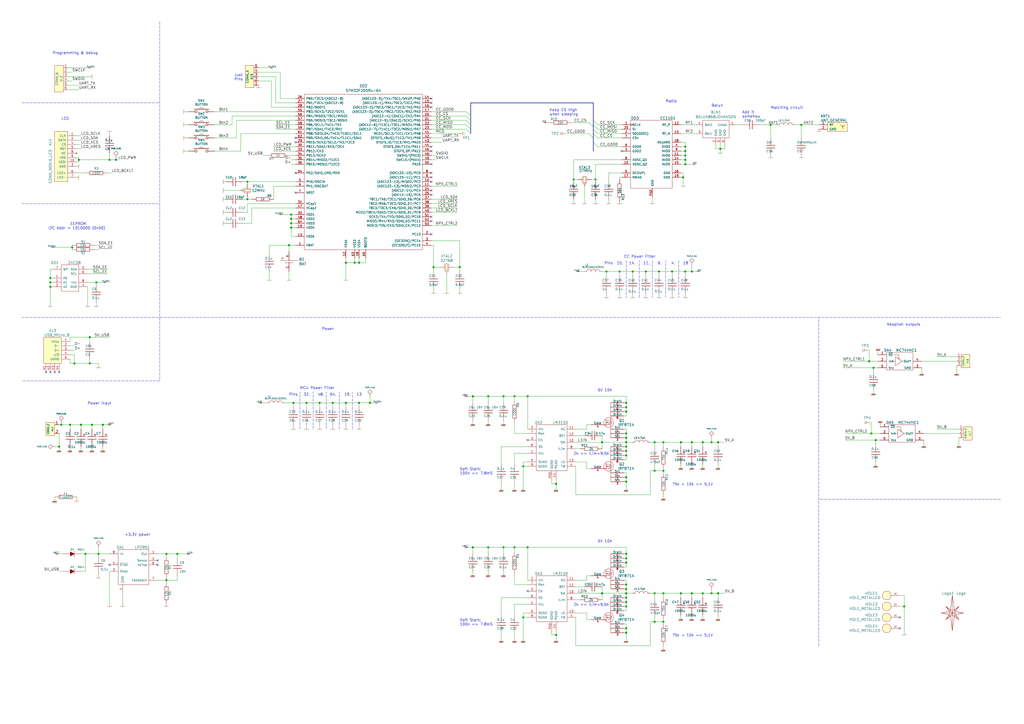
<source format=kicad_sch>
(kicad_sch (version 20210126) (generator eeschema)
  (paper "A2")
  (title_block (date "19 nov 2014"))
  (junction (at 29.21 161.29) (diameter 1.016))
  (junction (at 29.21 163.83) (diameter 1.016))
  (junction (at 29.21 166.37) (diameter 1.016))
  (junction (at 34.29 259.08) (diameter 1.016))
  (junction (at 35.56 246.38) (diameter 1.016))
  (junction (at 40.64 246.38) (diameter 1.016))
  (junction (at 41.91 143.51) (diameter 1.016))
  (junction (at 43.18 210.82) (diameter 1.016))
  (junction (at 45.72 92.71) (diameter 1.016))
  (junction (at 46.99 246.38) (diameter 1.016))
  (junction (at 49.53 321.31) (diameter 1.016))
  (junction (at 52.07 195.58) (diameter 1.016))
  (junction (at 52.07 210.82) (diameter 1.016))
  (junction (at 53.34 246.38) (diameter 1.016))
  (junction (at 55.88 163.83) (diameter 1.016))
  (junction (at 57.15 321.31) (diameter 1.016))
  (junction (at 59.69 246.38) (diameter 1.016))
  (junction (at 63.5 92.71) (diameter 1.016))
  (junction (at 67.31 92.71) (diameter 1.016))
  (junction (at 96.52 321.31) (diameter 1.016))
  (junction (at 96.52 336.55) (diameter 1.016))
  (junction (at 102.87 321.31) (diameter 1.016))
  (junction (at 143.51 105.41) (diameter 1.016))
  (junction (at 143.51 115.57) (diameter 1.016))
  (junction (at 167.64 142.24) (diameter 1.016))
  (junction (at 168.91 124.46) (diameter 1.016))
  (junction (at 168.91 127) (diameter 1.016))
  (junction (at 168.91 129.54) (diameter 1.016))
  (junction (at 168.91 132.08) (diameter 1.016))
  (junction (at 170.18 233.68) (diameter 1.016))
  (junction (at 177.8 233.68) (diameter 1.016))
  (junction (at 185.42 233.68) (diameter 1.016))
  (junction (at 193.04 233.68) (diameter 1.016))
  (junction (at 200.66 152.4) (diameter 1.016))
  (junction (at 200.66 233.68) (diameter 1.016))
  (junction (at 205.74 152.4) (diameter 1.016))
  (junction (at 208.28 152.4) (diameter 1.016))
  (junction (at 208.28 233.68) (diameter 1.016))
  (junction (at 214.63 233.68) (diameter 1.016))
  (junction (at 251.46 154.94) (diameter 1.016))
  (junction (at 266.7 154.94) (diameter 1.016))
  (junction (at 274.32 229.87) (diameter 1.016))
  (junction (at 274.32 317.5) (diameter 1.016))
  (junction (at 283.21 229.87) (diameter 1.016))
  (junction (at 283.21 317.5) (diameter 1.016))
  (junction (at 292.1 229.87) (diameter 1.016))
  (junction (at 292.1 317.5) (diameter 1.016))
  (junction (at 298.45 229.87) (diameter 1.016))
  (junction (at 298.45 317.5) (diameter 1.016))
  (junction (at 303.53 270.51) (diameter 1.016))
  (junction (at 303.53 358.14) (diameter 1.016))
  (junction (at 306.07 229.87) (diameter 1.016))
  (junction (at 306.07 317.5) (diameter 1.016))
  (junction (at 322.58 280.67) (diameter 1.016))
  (junction (at 322.58 368.3) (diameter 1.016))
  (junction (at 332.74 104.14) (diameter 1.016))
  (junction (at 345.44 104.14) (diameter 1.016))
  (junction (at 349.25 256.54) (diameter 1.016))
  (junction (at 349.25 344.17) (diameter 1.016))
  (junction (at 351.79 157.48) (diameter 1.016))
  (junction (at 359.41 157.48) (diameter 1.016))
  (junction (at 363.22 233.68) (diameter 1.016))
  (junction (at 363.22 236.22) (diameter 1.016))
  (junction (at 363.22 238.76) (diameter 1.016))
  (junction (at 363.22 251.46) (diameter 1.016))
  (junction (at 363.22 254) (diameter 1.016))
  (junction (at 363.22 256.54) (diameter 1.016))
  (junction (at 363.22 259.08) (diameter 1.016))
  (junction (at 363.22 261.62) (diameter 1.016))
  (junction (at 363.22 264.16) (diameter 1.016))
  (junction (at 363.22 276.86) (diameter 1.016))
  (junction (at 363.22 279.4) (diameter 1.016))
  (junction (at 363.22 321.31) (diameter 1.016))
  (junction (at 363.22 323.85) (diameter 1.016))
  (junction (at 363.22 326.39) (diameter 1.016))
  (junction (at 363.22 339.09) (diameter 1.016))
  (junction (at 363.22 341.63) (diameter 1.016))
  (junction (at 363.22 344.17) (diameter 1.016))
  (junction (at 363.22 346.71) (diameter 1.016))
  (junction (at 363.22 349.25) (diameter 1.016))
  (junction (at 363.22 351.79) (diameter 1.016))
  (junction (at 363.22 364.49) (diameter 1.016))
  (junction (at 363.22 367.03) (diameter 1.016))
  (junction (at 367.03 157.48) (diameter 1.016))
  (junction (at 374.65 157.48) (diameter 1.016))
  (junction (at 379.73 256.54) (diameter 1.016))
  (junction (at 379.73 273.05) (diameter 1.016))
  (junction (at 379.73 344.17) (diameter 1.016))
  (junction (at 379.73 360.68) (diameter 1.016))
  (junction (at 382.27 157.48) (diameter 1.016))
  (junction (at 384.81 256.54) (diameter 1.016))
  (junction (at 384.81 273.05) (diameter 1.016))
  (junction (at 384.81 344.17) (diameter 1.016))
  (junction (at 384.81 360.68) (diameter 1.016))
  (junction (at 389.89 157.48) (diameter 1.016))
  (junction (at 394.97 256.54) (diameter 1.016))
  (junction (at 394.97 344.17) (diameter 1.016))
  (junction (at 396.24 102.87) (diameter 1.016))
  (junction (at 397.51 85.09) (diameter 1.016))
  (junction (at 397.51 87.63) (diameter 1.016))
  (junction (at 397.51 90.17) (diameter 1.016))
  (junction (at 397.51 92.71) (diameter 1.016))
  (junction (at 397.51 95.25) (diameter 1.016))
  (junction (at 397.51 157.48) (diameter 1.016))
  (junction (at 401.32 157.48) (diameter 1.016))
  (junction (at 401.32 256.54) (diameter 1.016))
  (junction (at 401.32 344.17) (diameter 1.016))
  (junction (at 407.67 256.54) (diameter 1.016))
  (junction (at 407.67 344.17) (diameter 1.016))
  (junction (at 412.75 256.54) (diameter 1.016))
  (junction (at 412.75 344.17) (diameter 1.016))
  (junction (at 416.56 256.54) (diameter 1.016))
  (junction (at 416.56 344.17) (diameter 1.016))
  (junction (at 417.83 86.36) (diameter 1.016))
  (junction (at 447.04 72.39) (diameter 1.016))
  (junction (at 464.82 72.39) (diameter 1.016))
  (junction (at 504.19 209.55) (diameter 1.016))
  (junction (at 505.46 251.46) (diameter 1.016))
  (junction (at 506.73 213.36) (diameter 1.016))
  (junction (at 508 255.27) (diameter 1.016))
  (junction (at 524.51 351.79) (diameter 1.016))
  (no_connect (at 26.67 215.9))
  (no_connect (at 29.21 215.9))
  (no_connect (at 31.75 215.9))
  (no_connect (at 34.29 215.9))
  (no_connect (at 63.5 327.66))
  (no_connect (at 91.44 325.12))
  (no_connect (at 91.44 327.66))
  (no_connect (at 171.45 80.01))
  (no_connect (at 171.45 82.55))
  (no_connect (at 171.45 100.33))
  (no_connect (at 171.45 111.76))
  (no_connect (at 250.19 57.15))
  (no_connect (at 250.19 59.69))
  (no_connect (at 250.19 62.23))
  (no_connect (at 250.19 85.09))
  (no_connect (at 250.19 87.63))
  (no_connect (at 250.19 95.25))
  (no_connect (at 250.19 100.33))
  (no_connect (at 250.19 102.87))
  (no_connect (at 250.19 105.41))
  (no_connect (at 250.19 110.49))
  (no_connect (at 250.19 113.03))
  (no_connect (at 250.19 125.73))
  (no_connect (at 250.19 128.27))
  (no_connect (at 250.19 135.89))
  (no_connect (at 306.07 255.27))
  (no_connect (at 306.07 342.9))
  (no_connect (at 360.68 87.63))
  (no_connect (at 521.97 358.14))
  (no_connect (at 521.97 364.49))
  (bus_entry (at 270.51 64.77) (size 2.54 2.54) (stroke (width 0.1524)))
  (bus_entry (at 270.51 67.31) (size 2.54 2.54) (stroke (width 0.1524)))
  (bus_entry (at 270.51 69.85) (size 2.54 2.54) (stroke (width 0.1524)))
  (bus_entry (at 270.51 72.39) (size 2.54 2.54) (stroke (width 0.1524)))
  (bus_entry (at 270.51 74.93) (size 2.54 2.54) (stroke (width 0.1524)))
  (bus_entry (at 341.63 77.47) (size 2.54 2.54) (stroke (width 0.1524)))
  (bus_entry (at 344.17 69.85) (size 2.54 2.54) (stroke (width 0.1524)))
  (bus_entry (at 344.17 72.39) (size 2.54 2.54) (stroke (width 0.1524)))
  (bus_entry (at 344.17 73.66) (size -2.54 -2.54) (stroke (width 0.1524)))
  (bus_entry (at 344.17 74.93) (size 2.54 2.54) (stroke (width 0.1524)))
  (bus_entry (at 344.17 77.47) (size 2.54 2.54) (stroke (width 0.1524)))
  (bus_entry (at 344.17 82.55) (size 2.54 2.54) (stroke (width 0.1524)))
  (wire (pts (xy 29.21 156.21) (xy 29.21 161.29)))
  (wire (pts (xy 29.21 161.29) (xy 29.21 163.83)))
  (wire (pts (xy 29.21 161.29) (xy 30.48 161.29)))
  (wire (pts (xy 29.21 163.83) (xy 29.21 166.37)))
  (wire (pts (xy 29.21 163.83) (xy 30.48 163.83)))
  (wire (pts (xy 29.21 166.37) (xy 29.21 177.8)))
  (wire (pts (xy 29.21 166.37) (xy 30.48 166.37)))
  (wire (pts (xy 30.48 156.21) (xy 29.21 156.21)))
  (wire (pts (xy 31.75 143.51) (xy 41.91 143.51)))
  (wire (pts (xy 31.75 259.08) (xy 34.29 259.08)))
  (wire (pts (xy 31.75 290.83) (xy 31.75 288.29)))
  (wire (pts (xy 34.29 246.38) (xy 35.56 246.38)))
  (wire (pts (xy 34.29 251.46) (xy 34.29 259.08)))
  (wire (pts (xy 34.29 259.08) (xy 34.29 261.62)))
  (wire (pts (xy 34.29 321.31) (xy 36.83 321.31)))
  (wire (pts (xy 35.56 245.11) (xy 35.56 246.38)))
  (wire (pts (xy 35.56 246.38) (xy 40.64 246.38)))
  (wire (pts (xy 36.83 331.47) (xy 34.29 331.47)))
  (wire (pts (xy 39.37 39.37) (xy 50.8 39.37)))
  (wire (pts (xy 39.37 44.45) (xy 53.34 44.45)))
  (wire (pts (xy 39.37 46.99) (xy 41.91 46.99)))
  (wire (pts (xy 39.37 52.07) (xy 45.72 52.07)))
  (wire (pts (xy 40.64 195.58) (xy 40.64 198.12)))
  (wire (pts (xy 40.64 195.58) (xy 52.07 195.58)))
  (wire (pts (xy 40.64 203.2) (xy 43.18 203.2)))
  (wire (pts (xy 40.64 205.74) (xy 43.18 205.74)))
  (wire (pts (xy 40.64 210.82) (xy 40.64 208.28)))
  (wire (pts (xy 40.64 246.38) (xy 46.99 246.38)))
  (wire (pts (xy 40.64 248.92) (xy 40.64 246.38)))
  (wire (pts (xy 40.64 261.62) (xy 40.64 259.08)))
  (wire (pts (xy 41.91 41.91) (xy 39.37 41.91)))
  (wire (pts (xy 41.91 142.24) (xy 41.91 143.51)))
  (wire (pts (xy 41.91 143.51) (xy 41.91 144.78)))
  (wire (pts (xy 43.18 200.66) (xy 40.64 200.66)))
  (wire (pts (xy 43.18 205.74) (xy 43.18 210.82)))
  (wire (pts (xy 43.18 210.82) (xy 40.64 210.82)))
  (wire (pts (xy 44.45 78.74) (xy 46.99 78.74)))
  (wire (pts (xy 44.45 83.82) (xy 46.99 83.82)))
  (wire (pts (xy 44.45 93.98) (xy 45.72 93.98)))
  (wire (pts (xy 44.45 100.33) (xy 49.53 100.33)))
  (wire (pts (xy 44.45 288.29) (xy 44.45 290.83)))
  (wire (pts (xy 45.72 49.53) (xy 39.37 49.53)))
  (wire (pts (xy 45.72 91.44) (xy 44.45 91.44)))
  (wire (pts (xy 45.72 92.71) (xy 45.72 91.44)))
  (wire (pts (xy 45.72 92.71) (xy 63.5 92.71)))
  (wire (pts (xy 45.72 93.98) (xy 45.72 92.71)))
  (wire (pts (xy 45.72 96.52) (xy 44.45 96.52)))
  (wire (pts (xy 45.72 102.87) (xy 44.45 102.87)))
  (wire (pts (xy 46.99 81.28) (xy 44.45 81.28)))
  (wire (pts (xy 46.99 86.36) (xy 44.45 86.36)))
  (wire (pts (xy 46.99 246.38) (xy 53.34 246.38)))
  (wire (pts (xy 46.99 248.92) (xy 46.99 246.38)))
  (wire (pts (xy 46.99 261.62) (xy 46.99 259.08)))
  (wire (pts (xy 46.99 321.31) (xy 49.53 321.31)))
  (wire (pts (xy 49.53 321.31) (xy 49.53 331.47)))
  (wire (pts (xy 49.53 321.31) (xy 57.15 321.31)))
  (wire (pts (xy 49.53 331.47) (xy 46.99 331.47)))
  (wire (pts (xy 50.8 163.83) (xy 55.88 163.83)))
  (wire (pts (xy 50.8 177.8) (xy 50.8 166.37)))
  (wire (pts (xy 52.07 195.58) (xy 63.5 195.58)))
  (wire (pts (xy 52.07 198.12) (xy 52.07 195.58)))
  (wire (pts (xy 52.07 208.28) (xy 52.07 210.82)))
  (wire (pts (xy 52.07 210.82) (xy 43.18 210.82)))
  (wire (pts (xy 53.34 246.38) (xy 59.69 246.38)))
  (wire (pts (xy 53.34 248.92) (xy 53.34 246.38)))
  (wire (pts (xy 53.34 261.62) (xy 53.34 259.08)))
  (wire (pts (xy 54.61 142.24) (xy 57.15 142.24)))
  (wire (pts (xy 55.88 163.83) (xy 59.69 163.83)))
  (wire (pts (xy 55.88 165.1) (xy 55.88 163.83)))
  (wire (pts (xy 55.88 175.26) (xy 55.88 177.8)))
  (wire (pts (xy 57.15 144.78) (xy 54.61 144.78)))
  (wire (pts (xy 57.15 210.82) (xy 52.07 210.82)))
  (wire (pts (xy 57.15 210.82) (xy 57.15 213.36)))
  (wire (pts (xy 57.15 317.5) (xy 57.15 321.31)))
  (wire (pts (xy 57.15 321.31) (xy 57.15 322.58)))
  (wire (pts (xy 57.15 321.31) (xy 63.5 321.31)))
  (wire (pts (xy 57.15 332.74) (xy 57.15 335.28)))
  (wire (pts (xy 59.69 246.38) (xy 62.23 246.38)))
  (wire (pts (xy 59.69 248.92) (xy 59.69 246.38)))
  (wire (pts (xy 59.69 261.62) (xy 59.69 259.08)))
  (wire (pts (xy 62.23 156.21) (xy 50.8 156.21)))
  (wire (pts (xy 62.23 158.75) (xy 50.8 158.75)))
  (wire (pts (xy 63.5 78.74) (xy 63.5 76.2)))
  (wire (pts (xy 63.5 88.9) (xy 63.5 92.71)))
  (wire (pts (xy 63.5 92.71) (xy 67.31 92.71)))
  (wire (pts (xy 63.5 331.47) (xy 63.5 351.79)))
  (wire (pts (xy 64.77 100.33) (xy 62.23 100.33)))
  (wire (pts (xy 67.31 91.44) (xy 67.31 92.71)))
  (wire (pts (xy 67.31 92.71) (xy 68.58 92.71)))
  (wire (pts (xy 71.12 344.17) (xy 71.12 351.79)))
  (wire (pts (xy 96.52 321.31) (xy 91.44 321.31)))
  (wire (pts (xy 96.52 321.31) (xy 96.52 322.58)))
  (wire (pts (xy 96.52 335.28) (xy 96.52 336.55)))
  (wire (pts (xy 96.52 336.55) (xy 91.44 336.55)))
  (wire (pts (xy 96.52 336.55) (xy 96.52 337.82)))
  (wire (pts (xy 96.52 350.52) (xy 96.52 351.79)))
  (wire (pts (xy 102.87 321.31) (xy 96.52 321.31)))
  (wire (pts (xy 102.87 321.31) (xy 102.87 323.85)))
  (wire (pts (xy 102.87 334.01) (xy 102.87 336.55)))
  (wire (pts (xy 102.87 336.55) (xy 96.52 336.55)))
  (wire (pts (xy 107.95 321.31) (xy 102.87 321.31)))
  (wire (pts (xy 109.22 64.77) (xy 106.68 64.77)))
  (wire (pts (xy 109.22 72.39) (xy 106.68 72.39)))
  (wire (pts (xy 109.22 80.01) (xy 106.68 80.01)))
  (wire (pts (xy 109.22 87.63) (xy 106.68 87.63)))
  (wire (pts (xy 124.46 64.77) (xy 171.45 64.77)))
  (wire (pts (xy 124.46 80.01) (xy 137.16 80.01)))
  (wire (pts (xy 124.46 87.63) (xy 139.7 87.63)))
  (wire (pts (xy 129.54 105.41) (xy 130.81 105.41)))
  (wire (pts (xy 129.54 110.49) (xy 139.7 110.49)))
  (wire (pts (xy 130.81 115.57) (xy 129.54 115.57)))
  (wire (pts (xy 130.81 123.19) (xy 129.54 123.19)))
  (wire (pts (xy 130.81 129.54) (xy 129.54 129.54)))
  (wire (pts (xy 134.62 67.31) (xy 134.62 72.39)))
  (wire (pts (xy 134.62 72.39) (xy 124.46 72.39)))
  (wire (pts (xy 137.16 69.85) (xy 171.45 69.85)))
  (wire (pts (xy 137.16 80.01) (xy 137.16 69.85)))
  (wire (pts (xy 139.7 77.47) (xy 139.7 87.63)))
  (wire (pts (xy 140.97 105.41) (xy 143.51 105.41)))
  (wire (pts (xy 140.97 115.57) (xy 143.51 115.57)))
  (wire (pts (xy 140.97 123.19) (xy 143.51 123.19)))
  (wire (pts (xy 143.51 105.41) (xy 171.45 105.41)))
  (wire (pts (xy 143.51 106.68) (xy 143.51 105.41)))
  (wire (pts (xy 143.51 115.57) (xy 143.51 114.3)))
  (wire (pts (xy 143.51 115.57) (xy 146.05 115.57)))
  (wire (pts (xy 143.51 118.11) (xy 171.45 118.11)))
  (wire (pts (xy 143.51 123.19) (xy 143.51 118.11)))
  (wire (pts (xy 146.05 120.65) (xy 146.05 129.54)))
  (wire (pts (xy 146.05 129.54) (xy 140.97 129.54)))
  (wire (pts (xy 149.86 39.37) (xy 156.21 39.37)))
  (wire (pts (xy 149.86 41.91) (xy 162.56 41.91)))
  (wire (pts (xy 149.86 46.99) (xy 157.48 46.99)))
  (wire (pts (xy 149.86 50.8) (xy 149.86 49.53)))
  (wire (pts (xy 152.4 90.17) (xy 154.94 90.17)))
  (wire (pts (xy 152.4 233.68) (xy 154.94 233.68)))
  (wire (pts (xy 156.21 142.24) (xy 156.21 147.32)))
  (wire (pts (xy 156.21 157.48) (xy 156.21 162.56)))
  (wire (pts (xy 157.48 46.99) (xy 157.48 62.23)))
  (wire (pts (xy 157.48 62.23) (xy 171.45 62.23)))
  (wire (pts (xy 158.75 85.09) (xy 171.45 85.09)))
  (wire (pts (xy 158.75 87.63) (xy 171.45 87.63)))
  (wire (pts (xy 158.75 107.95) (xy 158.75 115.57)))
  (wire (pts (xy 160.02 44.45) (xy 149.86 44.45)))
  (wire (pts (xy 160.02 59.69) (xy 160.02 44.45)))
  (wire (pts (xy 160.02 72.39) (xy 171.45 72.39)))
  (wire (pts (xy 162.56 41.91) (xy 162.56 57.15)))
  (wire (pts (xy 162.56 57.15) (xy 171.45 57.15)))
  (wire (pts (xy 163.83 124.46) (xy 168.91 124.46)))
  (wire (pts (xy 165.1 233.68) (xy 170.18 233.68)))
  (wire (pts (xy 167.64 90.17) (xy 171.45 90.17)))
  (wire (pts (xy 167.64 142.24) (xy 156.21 142.24)))
  (wire (pts (xy 167.64 142.24) (xy 171.45 142.24)))
  (wire (pts (xy 167.64 146.05) (xy 167.64 142.24)))
  (wire (pts (xy 167.64 157.48) (xy 167.64 162.56)))
  (wire (pts (xy 168.91 95.25) (xy 171.45 95.25)))
  (wire (pts (xy 168.91 124.46) (xy 171.45 124.46)))
  (wire (pts (xy 168.91 127) (xy 168.91 124.46)))
  (wire (pts (xy 168.91 129.54) (xy 168.91 127)))
  (wire (pts (xy 168.91 132.08) (xy 168.91 129.54)))
  (wire (pts (xy 168.91 137.16) (xy 168.91 132.08)))
  (wire (pts (xy 170.18 233.68) (xy 177.8 233.68)))
  (wire (pts (xy 170.18 236.22) (xy 170.18 233.68)))
  (wire (pts (xy 170.18 246.38) (xy 170.18 248.92)))
  (wire (pts (xy 171.45 59.69) (xy 160.02 59.69)))
  (wire (pts (xy 171.45 67.31) (xy 134.62 67.31)))
  (wire (pts (xy 171.45 74.93) (xy 160.02 74.93)))
  (wire (pts (xy 171.45 77.47) (xy 139.7 77.47)))
  (wire (pts (xy 171.45 92.71) (xy 168.91 92.71)))
  (wire (pts (xy 171.45 107.95) (xy 158.75 107.95)))
  (wire (pts (xy 171.45 120.65) (xy 146.05 120.65)))
  (wire (pts (xy 171.45 127) (xy 168.91 127)))
  (wire (pts (xy 171.45 129.54) (xy 168.91 129.54)))
  (wire (pts (xy 171.45 132.08) (xy 168.91 132.08)))
  (wire (pts (xy 171.45 137.16) (xy 168.91 137.16)))
  (wire (pts (xy 177.8 233.68) (xy 185.42 233.68)))
  (wire (pts (xy 177.8 236.22) (xy 177.8 233.68)))
  (wire (pts (xy 177.8 246.38) (xy 177.8 248.92)))
  (wire (pts (xy 185.42 233.68) (xy 193.04 233.68)))
  (wire (pts (xy 185.42 236.22) (xy 185.42 233.68)))
  (wire (pts (xy 185.42 246.38) (xy 185.42 248.92)))
  (wire (pts (xy 193.04 233.68) (xy 200.66 233.68)))
  (wire (pts (xy 193.04 236.22) (xy 193.04 233.68)))
  (wire (pts (xy 193.04 246.38) (xy 193.04 248.92)))
  (wire (pts (xy 200.66 149.86) (xy 200.66 152.4)))
  (wire (pts (xy 200.66 152.4) (xy 200.66 162.56)))
  (wire (pts (xy 200.66 233.68) (xy 208.28 233.68)))
  (wire (pts (xy 200.66 236.22) (xy 200.66 233.68)))
  (wire (pts (xy 200.66 246.38) (xy 200.66 248.92)))
  (wire (pts (xy 205.74 149.86) (xy 205.74 152.4)))
  (wire (pts (xy 205.74 152.4) (xy 200.66 152.4)))
  (wire (pts (xy 205.74 152.4) (xy 208.28 152.4)))
  (wire (pts (xy 208.28 152.4) (xy 208.28 149.86)))
  (wire (pts (xy 208.28 152.4) (xy 212.09 152.4)))
  (wire (pts (xy 208.28 233.68) (xy 208.28 236.22)))
  (wire (pts (xy 208.28 233.68) (xy 214.63 233.68)))
  (wire (pts (xy 208.28 246.38) (xy 208.28 248.92)))
  (wire (pts (xy 212.09 152.4) (xy 212.09 149.86)))
  (wire (pts (xy 214.63 233.68) (xy 214.63 229.87)))
  (wire (pts (xy 214.63 233.68) (xy 217.17 233.68)))
  (wire (pts (xy 250.19 64.77) (xy 270.51 64.77)))
  (wire (pts (xy 250.19 67.31) (xy 270.51 67.31)))
  (wire (pts (xy 250.19 69.85) (xy 270.51 69.85)))
  (wire (pts (xy 250.19 72.39) (xy 270.51 72.39)))
  (wire (pts (xy 250.19 74.93) (xy 270.51 74.93)))
  (wire (pts (xy 250.19 77.47) (xy 266.7 77.47)))
  (wire (pts (xy 250.19 82.55) (xy 256.54 82.55)))
  (wire (pts (xy 250.19 90.17) (xy 252.73 90.17)))
  (wire (pts (xy 250.19 118.11) (xy 265.43 118.11)))
  (wire (pts (xy 251.46 142.24) (xy 250.19 142.24)))
  (wire (pts (xy 251.46 142.24) (xy 251.46 154.94)))
  (wire (pts (xy 251.46 154.94) (xy 251.46 157.48)))
  (wire (pts (xy 251.46 167.64) (xy 251.46 170.18)))
  (wire (pts (xy 252.73 92.71) (xy 250.19 92.71)))
  (wire (pts (xy 255.27 154.94) (xy 251.46 154.94)))
  (wire (pts (xy 256.54 80.01) (xy 250.19 80.01)))
  (wire (pts (xy 259.08 158.75) (xy 259.08 170.18)))
  (wire (pts (xy 262.89 154.94) (xy 266.7 154.94)))
  (wire (pts (xy 265.43 107.95) (xy 250.19 107.95)))
  (wire (pts (xy 265.43 115.57) (xy 250.19 115.57)))
  (wire (pts (xy 265.43 120.65) (xy 250.19 120.65)))
  (wire (pts (xy 265.43 123.19) (xy 250.19 123.19)))
  (wire (pts (xy 265.43 130.81) (xy 250.19 130.81)))
  (wire (pts (xy 266.7 139.7) (xy 250.19 139.7)))
  (wire (pts (xy 266.7 139.7) (xy 266.7 154.94)))
  (wire (pts (xy 266.7 154.94) (xy 266.7 157.48)))
  (wire (pts (xy 266.7 167.64) (xy 266.7 170.18)))
  (wire (pts (xy 274.32 229.87) (xy 271.78 229.87)))
  (wire (pts (xy 274.32 233.68) (xy 274.32 229.87)))
  (wire (pts (xy 274.32 246.38) (xy 274.32 243.84)))
  (wire (pts (xy 274.32 317.5) (xy 271.78 317.5)))
  (wire (pts (xy 274.32 321.31) (xy 274.32 317.5)))
  (wire (pts (xy 274.32 334.01) (xy 274.32 331.47)))
  (wire (pts (xy 283.21 229.87) (xy 274.32 229.87)))
  (wire (pts (xy 283.21 229.87) (xy 283.21 233.68)))
  (wire (pts (xy 283.21 246.38) (xy 283.21 243.84)))
  (wire (pts (xy 283.21 317.5) (xy 274.32 317.5)))
  (wire (pts (xy 283.21 317.5) (xy 283.21 321.31)))
  (wire (pts (xy 283.21 334.01) (xy 283.21 331.47)))
  (wire (pts (xy 290.83 259.08) (xy 306.07 259.08)))
  (wire (pts (xy 290.83 269.24) (xy 290.83 259.08)))
  (wire (pts (xy 290.83 284.48) (xy 290.83 279.4)))
  (wire (pts (xy 290.83 346.71) (xy 306.07 346.71)))
  (wire (pts (xy 290.83 356.87) (xy 290.83 346.71)))
  (wire (pts (xy 290.83 372.11) (xy 290.83 367.03)))
  (wire (pts (xy 292.1 229.87) (xy 283.21 229.87)))
  (wire (pts (xy 292.1 229.87) (xy 292.1 233.68)))
  (wire (pts (xy 292.1 246.38) (xy 292.1 243.84)))
  (wire (pts (xy 292.1 317.5) (xy 283.21 317.5)))
  (wire (pts (xy 292.1 317.5) (xy 292.1 321.31)))
  (wire (pts (xy 292.1 334.01) (xy 292.1 331.47)))
  (wire (pts (xy 298.45 229.87) (xy 292.1 229.87)))
  (wire (pts (xy 298.45 229.87) (xy 298.45 232.41)))
  (wire (pts (xy 298.45 245.11) (xy 298.45 251.46)))
  (wire (pts (xy 298.45 251.46) (xy 306.07 251.46)))
  (wire (pts (xy 298.45 262.89) (xy 306.07 262.89)))
  (wire (pts (xy 298.45 269.24) (xy 298.45 262.89)))
  (wire (pts (xy 298.45 284.48) (xy 298.45 279.4)))
  (wire (pts (xy 298.45 317.5) (xy 292.1 317.5)))
  (wire (pts (xy 298.45 317.5) (xy 298.45 320.04)))
  (wire (pts (xy 298.45 332.74) (xy 298.45 339.09)))
  (wire (pts (xy 298.45 339.09) (xy 306.07 339.09)))
  (wire (pts (xy 298.45 350.52) (xy 306.07 350.52)))
  (wire (pts (xy 298.45 356.87) (xy 298.45 350.52)))
  (wire (pts (xy 298.45 372.11) (xy 298.45 367.03)))
  (wire (pts (xy 303.53 267.97) (xy 303.53 270.51)))
  (wire (pts (xy 303.53 267.97) (xy 306.07 267.97)))
  (wire (pts (xy 303.53 270.51) (xy 303.53 284.48)))
  (wire (pts (xy 303.53 355.6) (xy 303.53 358.14)))
  (wire (pts (xy 303.53 355.6) (xy 306.07 355.6)))
  (wire (pts (xy 303.53 358.14) (xy 303.53 372.11)))
  (wire (pts (xy 306.07 229.87) (xy 298.45 229.87)))
  (wire (pts (xy 306.07 229.87) (xy 306.07 248.92)))
  (wire (pts (xy 306.07 270.51) (xy 303.53 270.51)))
  (wire (pts (xy 306.07 317.5) (xy 298.45 317.5)))
  (wire (pts (xy 306.07 317.5) (xy 306.07 336.55)))
  (wire (pts (xy 306.07 358.14) (xy 303.53 358.14)))
  (wire (pts (xy 317.5 71.12) (xy 318.77 71.12)))
  (wire (pts (xy 320.04 278.13) (xy 320.04 280.67)))
  (wire (pts (xy 320.04 280.67) (xy 322.58 280.67)))
  (wire (pts (xy 320.04 365.76) (xy 320.04 368.3)))
  (wire (pts (xy 320.04 368.3) (xy 322.58 368.3)))
  (wire (pts (xy 322.58 280.67) (xy 322.58 278.13)))
  (wire (pts (xy 322.58 284.48) (xy 322.58 280.67)))
  (wire (pts (xy 322.58 368.3) (xy 322.58 365.76)))
  (wire (pts (xy 322.58 372.11) (xy 322.58 368.3)))
  (wire (pts (xy 327.66 77.47) (xy 341.63 77.47)))
  (wire (pts (xy 332.74 92.71) (xy 332.74 104.14)))
  (wire (pts (xy 332.74 104.14) (xy 332.74 105.41)))
  (wire (pts (xy 332.74 115.57) (xy 332.74 118.11)))
  (wire (pts (xy 334.01 248.92) (xy 340.36 248.92)))
  (wire (pts (xy 334.01 252.73) (xy 339.09 252.73)))
  (wire (pts (xy 334.01 256.54) (xy 349.25 256.54)))
  (wire (pts (xy 334.01 267.97) (xy 340.36 267.97)))
  (wire (pts (xy 334.01 270.51) (xy 334.01 287.02)))
  (wire (pts (xy 334.01 287.02) (xy 377.19 287.02)))
  (wire (pts (xy 334.01 336.55) (xy 340.36 336.55)))
  (wire (pts (xy 334.01 340.36) (xy 339.09 340.36)))
  (wire (pts (xy 334.01 344.17) (xy 349.25 344.17)))
  (wire (pts (xy 334.01 355.6) (xy 340.36 355.6)))
  (wire (pts (xy 334.01 358.14) (xy 334.01 374.65)))
  (wire (pts (xy 334.01 374.65) (xy 377.19 374.65)))
  (wire (pts (xy 335.28 104.14) (xy 332.74 104.14)))
  (wire (pts (xy 336.55 157.48) (xy 339.09 157.48)))
  (wire (pts (xy 336.55 260.35) (xy 334.01 260.35)))
  (wire (pts (xy 336.55 347.98) (xy 334.01 347.98)))
  (wire (pts (xy 339.09 107.95) (xy 339.09 118.11)))
  (wire (pts (xy 340.36 246.38) (xy 342.9 246.38)))
  (wire (pts (xy 340.36 248.92) (xy 340.36 246.38)))
  (wire (pts (xy 340.36 267.97) (xy 340.36 271.78)))
  (wire (pts (xy 340.36 271.78) (xy 342.9 271.78)))
  (wire (pts (xy 340.36 334.01) (xy 342.9 334.01)))
  (wire (pts (xy 340.36 336.55) (xy 340.36 334.01)))
  (wire (pts (xy 340.36 355.6) (xy 340.36 359.41)))
  (wire (pts (xy 340.36 359.41) (xy 342.9 359.41)))
  (wire (pts (xy 341.63 71.12) (xy 331.47 71.12)))
  (wire (pts (xy 342.9 104.14) (xy 345.44 104.14)))
  (wire (pts (xy 345.44 95.25) (xy 360.68 95.25)))
  (wire (pts (xy 345.44 104.14) (xy 345.44 95.25)))
  (wire (pts (xy 345.44 105.41) (xy 345.44 104.14)))
  (wire (pts (xy 345.44 115.57) (xy 345.44 118.11)))
  (wire (pts (xy 346.71 72.39) (xy 360.68 72.39)))
  (wire (pts (xy 346.71 74.93) (xy 360.68 74.93)))
  (wire (pts (xy 346.71 77.47) (xy 360.68 77.47)))
  (wire (pts (xy 346.71 80.01) (xy 360.68 80.01)))
  (wire (pts (xy 346.71 85.09) (xy 360.68 85.09)))
  (wire (pts (xy 349.25 157.48) (xy 351.79 157.48)))
  (wire (pts (xy 349.25 252.73) (xy 349.25 256.54)))
  (wire (pts (xy 349.25 256.54) (xy 349.25 260.35)))
  (wire (pts (xy 349.25 256.54) (xy 363.22 256.54)))
  (wire (pts (xy 349.25 340.36) (xy 349.25 344.17)))
  (wire (pts (xy 349.25 344.17) (xy 349.25 347.98)))
  (wire (pts (xy 349.25 344.17) (xy 363.22 344.17)))
  (wire (pts (xy 351.79 157.48) (xy 359.41 157.48)))
  (wire (pts (xy 351.79 160.02) (xy 351.79 157.48)))
  (wire (pts (xy 351.79 170.18) (xy 351.79 172.72)))
  (wire (pts (xy 353.06 100.33) (xy 353.06 105.41)))
  (wire (pts (xy 353.06 115.57) (xy 353.06 118.11)))
  (wire (pts (xy 359.41 102.87) (xy 360.68 102.87)))
  (wire (pts (xy 359.41 104.14) (xy 359.41 102.87)))
  (wire (pts (xy 359.41 116.84) (xy 359.41 118.11)))
  (wire (pts (xy 359.41 157.48) (xy 367.03 157.48)))
  (wire (pts (xy 359.41 160.02) (xy 359.41 157.48)))
  (wire (pts (xy 359.41 170.18) (xy 359.41 172.72)))
  (wire (pts (xy 360.68 92.71) (xy 332.74 92.71)))
  (wire (pts (xy 360.68 100.33) (xy 353.06 100.33)))
  (wire (pts (xy 361.95 233.68) (xy 363.22 233.68)))
  (wire (pts (xy 361.95 236.22) (xy 363.22 236.22)))
  (wire (pts (xy 361.95 238.76) (xy 363.22 238.76)))
  (wire (pts (xy 361.95 248.92) (xy 363.22 248.92)))
  (wire (pts (xy 361.95 251.46) (xy 363.22 251.46)))
  (wire (pts (xy 361.95 254) (xy 363.22 254)))
  (wire (pts (xy 361.95 259.08) (xy 363.22 259.08)))
  (wire (pts (xy 361.95 274.32) (xy 363.22 274.32)))
  (wire (pts (xy 361.95 276.86) (xy 363.22 276.86)))
  (wire (pts (xy 361.95 279.4) (xy 363.22 279.4)))
  (wire (pts (xy 361.95 321.31) (xy 363.22 321.31)))
  (wire (pts (xy 361.95 323.85) (xy 363.22 323.85)))
  (wire (pts (xy 361.95 326.39) (xy 363.22 326.39)))
  (wire (pts (xy 361.95 336.55) (xy 363.22 336.55)))
  (wire (pts (xy 361.95 339.09) (xy 363.22 339.09)))
  (wire (pts (xy 361.95 341.63) (xy 363.22 341.63)))
  (wire (pts (xy 361.95 346.71) (xy 363.22 346.71)))
  (wire (pts (xy 361.95 361.95) (xy 363.22 361.95)))
  (wire (pts (xy 361.95 364.49) (xy 363.22 364.49)))
  (wire (pts (xy 361.95 367.03) (xy 363.22 367.03)))
  (wire (pts (xy 363.22 229.87) (xy 306.07 229.87)))
  (wire (pts (xy 363.22 229.87) (xy 363.22 233.68)))
  (wire (pts (xy 363.22 233.68) (xy 363.22 236.22)))
  (wire (pts (xy 363.22 236.22) (xy 363.22 238.76)))
  (wire (pts (xy 363.22 238.76) (xy 363.22 241.3)))
  (wire (pts (xy 363.22 241.3) (xy 361.95 241.3)))
  (wire (pts (xy 363.22 248.92) (xy 363.22 251.46)))
  (wire (pts (xy 363.22 251.46) (xy 363.22 254)))
  (wire (pts (xy 363.22 254) (xy 363.22 256.54)))
  (wire (pts (xy 363.22 256.54) (xy 363.22 259.08)))
  (wire (pts (xy 363.22 256.54) (xy 367.03 256.54)))
  (wire (pts (xy 363.22 259.08) (xy 363.22 261.62)))
  (wire (pts (xy 363.22 261.62) (xy 361.95 261.62)))
  (wire (pts (xy 363.22 261.62) (xy 363.22 264.16)))
  (wire (pts (xy 363.22 264.16) (xy 361.95 264.16)))
  (wire (pts (xy 363.22 264.16) (xy 363.22 266.7)))
  (wire (pts (xy 363.22 266.7) (xy 361.95 266.7)))
  (wire (pts (xy 363.22 274.32) (xy 363.22 276.86)))
  (wire (pts (xy 363.22 276.86) (xy 363.22 279.4)))
  (wire (pts (xy 363.22 279.4) (xy 363.22 284.48)))
  (wire (pts (xy 363.22 317.5) (xy 306.07 317.5)))
  (wire (pts (xy 363.22 317.5) (xy 363.22 321.31)))
  (wire (pts (xy 363.22 321.31) (xy 363.22 323.85)))
  (wire (pts (xy 363.22 323.85) (xy 363.22 326.39)))
  (wire (pts (xy 363.22 326.39) (xy 363.22 328.93)))
  (wire (pts (xy 363.22 328.93) (xy 361.95 328.93)))
  (wire (pts (xy 363.22 336.55) (xy 363.22 339.09)))
  (wire (pts (xy 363.22 339.09) (xy 363.22 341.63)))
  (wire (pts (xy 363.22 341.63) (xy 363.22 344.17)))
  (wire (pts (xy 363.22 344.17) (xy 363.22 346.71)))
  (wire (pts (xy 363.22 344.17) (xy 367.03 344.17)))
  (wire (pts (xy 363.22 346.71) (xy 363.22 349.25)))
  (wire (pts (xy 363.22 349.25) (xy 361.95 349.25)))
  (wire (pts (xy 363.22 349.25) (xy 363.22 351.79)))
  (wire (pts (xy 363.22 351.79) (xy 361.95 351.79)))
  (wire (pts (xy 363.22 351.79) (xy 363.22 354.33)))
  (wire (pts (xy 363.22 354.33) (xy 361.95 354.33)))
  (wire (pts (xy 363.22 361.95) (xy 363.22 364.49)))
  (wire (pts (xy 363.22 364.49) (xy 363.22 367.03)))
  (wire (pts (xy 363.22 367.03) (xy 363.22 372.11)))
  (wire (pts (xy 367.03 157.48) (xy 374.65 157.48)))
  (wire (pts (xy 367.03 160.02) (xy 367.03 157.48)))
  (wire (pts (xy 367.03 170.18) (xy 367.03 172.72)))
  (wire (pts (xy 374.65 157.48) (xy 382.27 157.48)))
  (wire (pts (xy 374.65 160.02) (xy 374.65 157.48)))
  (wire (pts (xy 374.65 170.18) (xy 374.65 172.72)))
  (wire (pts (xy 377.19 256.54) (xy 379.73 256.54)))
  (wire (pts (xy 377.19 273.05) (xy 379.73 273.05)))
  (wire (pts (xy 377.19 287.02) (xy 377.19 273.05)))
  (wire (pts (xy 377.19 344.17) (xy 379.73 344.17)))
  (wire (pts (xy 377.19 360.68) (xy 379.73 360.68)))
  (wire (pts (xy 377.19 374.65) (xy 377.19 360.68)))
  (wire (pts (xy 378.46 114.3) (xy 378.46 118.11)))
  (wire (pts (xy 379.73 256.54) (xy 384.81 256.54)))
  (wire (pts (xy 379.73 260.35) (xy 379.73 256.54)))
  (wire (pts (xy 379.73 273.05) (xy 379.73 270.51)))
  (wire (pts (xy 379.73 273.05) (xy 384.81 273.05)))
  (wire (pts (xy 379.73 344.17) (xy 384.81 344.17)))
  (wire (pts (xy 379.73 347.98) (xy 379.73 344.17)))
  (wire (pts (xy 379.73 360.68) (xy 379.73 358.14)))
  (wire (pts (xy 379.73 360.68) (xy 384.81 360.68)))
  (wire (pts (xy 382.27 157.48) (xy 389.89 157.48)))
  (wire (pts (xy 382.27 160.02) (xy 382.27 157.48)))
  (wire (pts (xy 382.27 170.18) (xy 382.27 172.72)))
  (wire (pts (xy 384.81 256.54) (xy 384.81 259.08)))
  (wire (pts (xy 384.81 256.54) (xy 394.97 256.54)))
  (wire (pts (xy 384.81 271.78) (xy 384.81 273.05)))
  (wire (pts (xy 384.81 273.05) (xy 384.81 274.32)))
  (wire (pts (xy 384.81 289.56) (xy 384.81 287.02)))
  (wire (pts (xy 384.81 344.17) (xy 384.81 346.71)))
  (wire (pts (xy 384.81 344.17) (xy 394.97 344.17)))
  (wire (pts (xy 384.81 359.41) (xy 384.81 360.68)))
  (wire (pts (xy 384.81 360.68) (xy 384.81 361.95)))
  (wire (pts (xy 384.81 377.19) (xy 384.81 374.65)))
  (wire (pts (xy 389.89 157.48) (xy 397.51 157.48)))
  (wire (pts (xy 389.89 160.02) (xy 389.89 157.48)))
  (wire (pts (xy 389.89 170.18) (xy 389.89 172.72)))
  (wire (pts (xy 394.97 72.39) (xy 403.86 72.39)))
  (wire (pts (xy 394.97 82.55) (xy 397.51 82.55)))
  (wire (pts (xy 394.97 85.09) (xy 397.51 85.09)))
  (wire (pts (xy 394.97 87.63) (xy 397.51 87.63)))
  (wire (pts (xy 394.97 90.17) (xy 397.51 90.17)))
  (wire (pts (xy 394.97 92.71) (xy 397.51 92.71)))
  (wire (pts (xy 394.97 95.25) (xy 397.51 95.25)))
  (wire (pts (xy 394.97 102.87) (xy 396.24 102.87)))
  (wire (pts (xy 394.97 256.54) (xy 394.97 259.08)))
  (wire (pts (xy 394.97 256.54) (xy 401.32 256.54)))
  (wire (pts (xy 394.97 271.78) (xy 394.97 269.24)))
  (wire (pts (xy 394.97 344.17) (xy 394.97 346.71)))
  (wire (pts (xy 394.97 344.17) (xy 401.32 344.17)))
  (wire (pts (xy 394.97 359.41) (xy 394.97 356.87)))
  (wire (pts (xy 396.24 100.33) (xy 394.97 100.33)))
  (wire (pts (xy 396.24 102.87) (xy 396.24 100.33)))
  (wire (pts (xy 396.24 107.95) (xy 396.24 102.87)))
  (wire (pts (xy 397.51 82.55) (xy 397.51 85.09)))
  (wire (pts (xy 397.51 85.09) (xy 397.51 87.63)))
  (wire (pts (xy 397.51 87.63) (xy 397.51 90.17)))
  (wire (pts (xy 397.51 90.17) (xy 397.51 92.71)))
  (wire (pts (xy 397.51 92.71) (xy 397.51 95.25)))
  (wire (pts (xy 397.51 95.25) (xy 401.32 95.25)))
  (wire (pts (xy 397.51 157.48) (xy 401.32 157.48)))
  (wire (pts (xy 397.51 160.02) (xy 397.51 157.48)))
  (wire (pts (xy 397.51 170.18) (xy 397.51 172.72)))
  (wire (pts (xy 401.32 157.48) (xy 401.32 153.67)))
  (wire (pts (xy 401.32 157.48) (xy 403.86 157.48)))
  (wire (pts (xy 401.32 256.54) (xy 401.32 259.08)))
  (wire (pts (xy 401.32 256.54) (xy 407.67 256.54)))
  (wire (pts (xy 401.32 271.78) (xy 401.32 269.24)))
  (wire (pts (xy 401.32 344.17) (xy 401.32 346.71)))
  (wire (pts (xy 401.32 344.17) (xy 407.67 344.17)))
  (wire (pts (xy 401.32 359.41) (xy 401.32 356.87)))
  (wire (pts (xy 403.86 77.47) (xy 394.97 77.47)))
  (wire (pts (xy 407.67 256.54) (xy 412.75 256.54)))
  (wire (pts (xy 407.67 259.08) (xy 407.67 256.54)))
  (wire (pts (xy 407.67 271.78) (xy 407.67 269.24)))
  (wire (pts (xy 407.67 344.17) (xy 412.75 344.17)))
  (wire (pts (xy 407.67 346.71) (xy 407.67 344.17)))
  (wire (pts (xy 407.67 359.41) (xy 407.67 356.87)))
  (wire (pts (xy 412.75 254) (xy 412.75 256.54)))
  (wire (pts (xy 412.75 256.54) (xy 416.56 256.54)))
  (wire (pts (xy 412.75 341.63) (xy 412.75 344.17)))
  (wire (pts (xy 412.75 344.17) (xy 416.56 344.17)))
  (wire (pts (xy 415.29 83.82) (xy 415.29 86.36)))
  (wire (pts (xy 415.29 86.36) (xy 417.83 86.36)))
  (wire (pts (xy 416.56 256.54) (xy 416.56 259.08)))
  (wire (pts (xy 416.56 256.54) (xy 420.37 256.54)))
  (wire (pts (xy 416.56 271.78) (xy 416.56 269.24)))
  (wire (pts (xy 416.56 344.17) (xy 416.56 346.71)))
  (wire (pts (xy 416.56 344.17) (xy 420.37 344.17)))
  (wire (pts (xy 416.56 359.41) (xy 416.56 356.87)))
  (wire (pts (xy 417.83 83.82) (xy 417.83 86.36)))
  (wire (pts (xy 417.83 86.36) (xy 417.83 88.9)))
  (wire (pts (xy 417.83 86.36) (xy 420.37 86.36)))
  (wire (pts (xy 420.37 86.36) (xy 420.37 83.82)))
  (wire (pts (xy 430.53 72.39) (xy 426.72 72.39)))
  (wire (pts (xy 440.69 72.39) (xy 447.04 72.39)))
  (wire (pts (xy 447.04 72.39) (xy 447.04 80.01)))
  (wire (pts (xy 447.04 72.39) (xy 450.85 72.39)))
  (wire (pts (xy 447.04 90.17) (xy 447.04 91.44)))
  (wire (pts (xy 461.01 72.39) (xy 464.82 72.39)))
  (wire (pts (xy 464.82 72.39) (xy 464.82 80.01)))
  (wire (pts (xy 464.82 72.39) (xy 474.98 72.39)))
  (wire (pts (xy 464.82 90.17) (xy 464.82 91.44)))
  (wire (pts (xy 474.98 74.93) (xy 474.98 76.2)))
  (wire (pts (xy 488.95 209.55) (xy 504.19 209.55)))
  (wire (pts (xy 488.95 213.36) (xy 506.73 213.36)))
  (wire (pts (xy 490.22 251.46) (xy 505.46 251.46)))
  (wire (pts (xy 490.22 255.27) (xy 508 255.27)))
  (wire (pts (xy 502.92 203.2) (xy 504.19 203.2)))
  (wire (pts (xy 504.19 203.2) (xy 504.19 209.55)))
  (wire (pts (xy 504.19 209.55) (xy 509.27 209.55)))
  (wire (pts (xy 504.19 245.11) (xy 505.46 245.11)))
  (wire (pts (xy 505.46 245.11) (xy 505.46 251.46)))
  (wire (pts (xy 505.46 251.46) (xy 510.54 251.46)))
  (wire (pts (xy 506.73 213.36) (xy 509.27 213.36)))
  (wire (pts (xy 506.73 215.9) (xy 506.73 213.36)))
  (wire (pts (xy 506.73 226.06) (xy 506.73 228.6)))
  (wire (pts (xy 508 255.27) (xy 510.54 255.27)))
  (wire (pts (xy 508 257.81) (xy 508 255.27)))
  (wire (pts (xy 508 267.97) (xy 508 270.51)))
  (wire (pts (xy 509.27 205.74) (xy 509.27 203.2)))
  (wire (pts (xy 510.54 247.65) (xy 510.54 245.11)))
  (wire (pts (xy 521.97 345.44) (xy 524.51 345.44)))
  (wire (pts (xy 521.97 351.79) (xy 524.51 351.79)))
  (wire (pts (xy 524.51 345.44) (xy 524.51 351.79)))
  (wire (pts (xy 524.51 351.79) (xy 524.51 368.3)))
  (wire (pts (xy 534.67 209.55) (xy 554.99 209.55)))
  (wire (pts (xy 534.67 217.17) (xy 534.67 213.36)))
  (wire (pts (xy 535.94 251.46) (xy 556.26 251.46)))
  (wire (pts (xy 535.94 259.08) (xy 535.94 255.27)))
  (wire (pts (xy 543.56 207.01) (xy 554.99 207.01)))
  (wire (pts (xy 543.56 248.92) (xy 556.26 248.92)))
  (wire (pts (xy 554.99 217.17) (xy 554.99 212.09)))
  (wire (pts (xy 556.26 259.08) (xy 556.26 254)))
  (bus (pts (xy 273.05 59.69) (xy 273.05 67.31)))
  (bus (pts (xy 273.05 59.69) (xy 344.17 59.69)))
  (bus (pts (xy 273.05 67.31) (xy 273.05 69.85)))
  (bus (pts (xy 273.05 69.85) (xy 273.05 72.39)))
  (bus (pts (xy 273.05 72.39) (xy 273.05 74.93)))
  (bus (pts (xy 273.05 74.93) (xy 273.05 77.47)))
  (bus (pts (xy 344.17 59.69) (xy 344.17 69.85)))
  (bus (pts (xy 344.17 69.85) (xy 344.17 72.39)))
  (bus (pts (xy 344.17 72.39) (xy 344.17 73.66)))
  (bus (pts (xy 344.17 73.66) (xy 344.17 74.93)))
  (bus (pts (xy 344.17 74.93) (xy 344.17 77.47)))
  (bus (pts (xy 344.17 77.47) (xy 344.17 80.01)))
  (bus (pts (xy 344.17 80.01) (xy 344.17 82.55)))
  (bus (pts (xy 344.17 82.55) (xy 344.17 87.63)))
  (polyline (pts (xy 12.7 59.69) (xy 92.71 59.69)) (stroke (width 0) (type dash)))
  (polyline (pts (xy 12.7 118.11) (xy 92.71 118.11)) (stroke (width 0) (type dash)))
  (polyline (pts (xy 12.7 184.15) (xy 580.39 184.15)) (stroke (width 0) (type dash)))
  (polyline (pts (xy 92.71 12.7) (xy 92.71 220.98)) (stroke (width 0) (type dash)))
  (polyline (pts (xy 92.71 220.98) (xy 12.7 220.98)) (stroke (width 0) (type dash)))
  (polyline (pts (xy 173.99 248.92) (xy 173.99 227.33)) (stroke (width 0) (type dash)))
  (polyline (pts (xy 181.61 248.92) (xy 181.61 227.33)) (stroke (width 0) (type dash)))
  (polyline (pts (xy 189.23 248.92) (xy 189.23 227.33)) (stroke (width 0) (type dash)))
  (polyline (pts (xy 196.85 248.92) (xy 196.85 227.33)) (stroke (width 0) (type dash)))
  (polyline (pts (xy 204.47 248.92) (xy 204.47 227.33)) (stroke (width 0) (type dash)))
  (polyline (pts (xy 363.22 151.13) (xy 363.22 172.72)) (stroke (width 0) (type dash)))
  (polyline (pts (xy 370.84 172.72) (xy 370.84 151.13)) (stroke (width 0) (type dash)))
  (polyline (pts (xy 378.46 151.13) (xy 378.46 172.72)) (stroke (width 0) (type dash)))
  (polyline (pts (xy 386.08 172.72) (xy 386.08 151.13)) (stroke (width 0) (type dash)))
  (polyline (pts (xy 393.7 151.13) (xy 393.7 172.72)) (stroke (width 0) (type dash)))
  (polyline (pts (xy 474.98 374.65) (xy 474.98 184.15)) (stroke (width 0) (type dash)))
  (polyline (pts (xy 580.39 289.56) (xy 474.98 289.56)) (stroke (width 0) (type dash)))
  (text "           EEPROM\nI2C Addr = 1010000 (0x50)" (at 27.94 133.35 0) (effects (font (size 1.524 1.524)) (justify left bottom)))
  (text "Programming & debug" (at 30.48 31.75 0) (effects (font (size 1.524 1.524)) (justify left bottom)))
  (text "LCD" (at 35.56 69.85 0) (effects (font (size 1.524 1.524)) (justify left bottom)))
  (text "Power input" (at 50.8 234.95 0) (effects (font (size 1.524 1.524)) (justify left bottom)))
  (text "+3.3V power" (at 72.39 311.15 0) (effects (font (size 1.524 1.524)) (justify left bottom)))
  (text "Just\nPins" (at 135.89 46.99 0) (effects (font (size 1.524 1.524)) (justify left bottom)))
  (text "Pins   32,    48,   64,    19,   13" (at 167.64 229.87 0) (effects (font (size 1.524 1.524)) (justify left bottom)))
  (text "MCU Power Filter" (at 173.99 226.06 0) (effects (font (size 1.524 1.524)) (justify left bottom)))
  (text "Power" (at 186.69 191.77 0) (effects (font (size 1.524 1.524)) (justify left bottom)))
  (text "Soft Start:\n100n => 7.8mS" (at 266.7 275.59 0) (effects (font (size 1.524 1.524)) (justify left bottom)))
  (text "Soft Start:\n100n => 7.8mS" (at 266.7 363.22 0) (effects (font (size 1.524 1.524)) (justify left bottom)))
  (text "Keep CS High\nwhen sleeping" (at 318.77 67.31 0) (effects (font (size 1.524 1.524)) (justify left bottom)))
  (text "2k => ILim=9.5A" (at 332.74 264.16 0) (effects (font (size 1.524 1.524)) (justify left bottom)))
  (text "2k => ILim=9.5A" (at 332.74 351.79 0) (effects (font (size 1.524 1.524)) (justify left bottom)))
  (text "5V 10A" (at 346.71 227.33 0) (effects (font (size 1.524 1.524)) (justify left bottom)))
  (text "5V 10A" (at 346.71 314.96 0) (effects (font (size 1.524 1.524)) (justify left bottom)))
  (text "Pins  15,   14,    11,    9,     4,    18" (at 350.52 153.67 0) (effects (font (size 1.524 1.524)) (justify left bottom)))
  (text "CC Power Filter" (at 361.95 149.86 0) (effects (font (size 1.524 1.524)) (justify left bottom)))
  (text "Radio" (at 386.08 59.69 0) (effects (font (size 1.524 1.524)) (justify left bottom)))
  (text "75k + 10k => 5.1V" (at 389.89 281.94 0) (effects (font (size 1.524 1.524)) (justify left bottom)))
  (text "75k + 10k => 5.1V" (at 389.89 369.57 0) (effects (font (size 1.524 1.524)) (justify left bottom)))
  (text "Balun" (at 412.75 62.23 0) (effects (font (size 1.524 1.524)) (justify left bottom)))
  (text "Add it\nsomehow" (at 430.53 68.58 0) (effects (font (size 1.524 1.524)) (justify left bottom)))
  (text "Matching circuit" (at 447.04 63.5 0) (effects (font (size 1.524 1.524)) (justify left bottom)))
  (text "Neopixel outputs" (at 514.35 189.23 0) (effects (font (size 1.524 1.524)) (justify left bottom)))
  (label "5V_USB" (at 34.29 331.47 180) (effects (font (size 1.524 1.524))))
  (label "SWCLK" (at 41.91 41.91 0) (effects (font (size 1.524 1.524))))
  (label "SWDIO" (at 41.91 46.99 0) (effects (font (size 1.524 1.524))))
  (label "D-" (at 43.18 200.66 0) (effects (font (size 1.524 1.524))))
  (label "D+" (at 43.18 203.2 0) (effects (font (size 1.524 1.524))))
  (label "UART_TX" (at 45.72 49.53 0) (effects (font (size 1.524 1.524))))
  (label "UART_RX" (at 45.72 52.07 0) (effects (font (size 1.524 1.524))))
  (label "LCD_SCLK" (at 46.99 78.74 0) (effects (font (size 1.524 1.524))))
  (label "LCD_SDA" (at 46.99 81.28 0) (effects (font (size 1.524 1.524))))
  (label "LCD_XCS" (at 46.99 83.82 0) (effects (font (size 1.524 1.524))))
  (label "LCD_XRES" (at 46.99 86.36 0) (effects (font (size 1.524 1.524))))
  (label "SDA_EE" (at 57.15 142.24 0) (effects (font (size 1.524 1.524))))
  (label "SCL_EE" (at 57.15 144.78 0) (effects (font (size 1.524 1.524))))
  (label "SDA_EE" (at 62.23 156.21 180) (effects (font (size 1.524 1.524))))
  (label "SCL_EE" (at 62.23 158.75 180) (effects (font (size 1.524 1.524))))
  (label "5V_USB" (at 63.5 195.58 180) (effects (font (size 1.524 1.524))))
  (label "LCD_BCKLT" (at 64.77 100.33 0) (effects (font (size 1.524 1.524))))
  (label "LCD_PWR" (at 68.58 92.71 0) (effects (font (size 1.524 1.524))))
  (label "Btn1" (at 127 64.77 0) (effects (font (size 1.524 1.524))))
  (label "Btn2" (at 127 72.39 0) (effects (font (size 1.524 1.524))))
  (label "Btn3" (at 127 80.01 0) (effects (font (size 1.524 1.524))))
  (label "Btn4" (at 127 87.63 0) (effects (font (size 1.524 1.524))))
  (label "5V_USB" (at 152.4 90.17 180) (effects (font (size 1.524 1.524))))
  (label "LCD_PWR" (at 158.75 85.09 0) (effects (font (size 1.524 1.524))))
  (label "LCD_XCS" (at 158.75 87.63 0) (effects (font (size 1.524 1.524))))
  (label "SCL_EE" (at 160.02 72.39 0) (effects (font (size 1.524 1.524))))
  (label "SDA_EE" (at 160.02 74.93 0) (effects (font (size 1.524 1.524))))
  (label "D-" (at 168.91 92.71 180) (effects (font (size 1.524 1.524))))
  (label "D+" (at 168.91 95.25 180) (effects (font (size 1.524 1.524))))
  (label "CC_GDO0" (at 252.73 64.77 0) (effects (font (size 1.524 1.524))))
  (label "CC_CS" (at 252.73 67.31 0) (effects (font (size 1.524 1.524))))
  (label "CC_SCK" (at 252.73 69.85 0) (effects (font (size 1.524 1.524))))
  (label "CC_MISO" (at 252.73 72.39 0) (effects (font (size 1.524 1.524))))
  (label "CC_MOSI" (at 252.73 74.93 0) (effects (font (size 1.524 1.524))))
  (label "MCO" (at 252.73 77.47 0) (effects (font (size 1.524 1.524))))
  (label "SWDIO" (at 252.73 90.17 0) (effects (font (size 1.524 1.524))))
  (label "SWCLK" (at 252.73 92.71 0) (effects (font (size 1.524 1.524))))
  (label "UART_TX" (at 256.54 80.01 0) (effects (font (size 1.524 1.524))))
  (label "UART_RX" (at 256.54 82.55 0) (effects (font (size 1.524 1.524))))
  (label "NPX_CTRL1" (at 265.43 107.95 180) (effects (font (size 1.524 1.524))))
  (label "LCD_SDA" (at 265.43 115.57 180) (effects (font (size 1.524 1.524))))
  (label "LCD_XRES" (at 265.43 118.11 180) (effects (font (size 1.524 1.524))))
  (label "LCD_SCLK" (at 265.43 120.65 180) (effects (font (size 1.524 1.524))))
  (label "LCD_BCKLT" (at 265.43 123.19 180) (effects (font (size 1.524 1.524))))
  (label "NPX_CTRL2" (at 265.43 130.81 180) (effects (font (size 1.524 1.524))))
  (label "CC_GDO0" (at 328.93 77.47 0) (effects (font (size 1.524 1.524))))
  (label "L1IN" (at 335.28 256.54 0) (effects (font (size 1.524 1.524))))
  (label "L2IN" (at 335.28 344.17 0) (effects (font (size 1.524 1.524))))
  (label "CC_CS" (at 340.36 71.12 180) (effects (font (size 1.524 1.524))))
  (label "CC_SCK" (at 347.98 72.39 0) (effects (font (size 1.524 1.524))))
  (label "CC_MOSI" (at 347.98 74.93 0) (effects (font (size 1.524 1.524))))
  (label "CC_MISO" (at 347.98 77.47 0) (effects (font (size 1.524 1.524))))
  (label "CC_CS" (at 347.98 80.01 0) (effects (font (size 1.524 1.524))))
  (label "CC_GDO0" (at 347.98 85.09 0) (effects (font (size 1.524 1.524))))
  (label "RF1" (at 397.51 72.39 0) (effects (font (size 1.524 1.524))))
  (label "RF2" (at 397.51 77.47 0) (effects (font (size 1.524 1.524))))
  (label "5V_A" (at 420.37 256.54 0) (effects (font (size 1.524 1.524))))
  (label "5V_B" (at 420.37 344.17 0) (effects (font (size 1.524 1.524))))
  (label "ANT1" (at 445.77 72.39 0) (effects (font (size 1.524 1.524))))
  (label "ANT2" (at 466.09 72.39 0) (effects (font (size 1.524 1.524))))
  (label "NPX_CTRL1" (at 488.95 209.55 0) (effects (font (size 1.524 1.524))))
  (label "5V_A" (at 488.95 213.36 0) (effects (font (size 1.524 1.524))))
  (label "NPX_CTRL2" (at 490.22 251.46 0) (effects (font (size 1.524 1.524))))
  (label "5V_B" (at 490.22 255.27 0) (effects (font (size 1.524 1.524))))
  (label "5V_A" (at 543.56 207.01 0) (effects (font (size 1.524 1.524))))
  (label "5V_B" (at 543.56 248.92 0) (effects (font (size 1.524 1.524))))
  (symbol (lib_id "power:GND") (at 29.21 177.8 0) (mirror y) (unit 1)
    (property "Reference" "#PWR01" (effects hide))
    (property "Value" "GND" (effects hide))
  )
  (symbol (lib_id "power:+BATT") (at 34.29 321.31 0) (mirror y) (unit 1)
    (property "Reference" "#PWR05" (effects hide))
    (property "Value" "+BATT" (at 32.258 320.548 0) (effects (font (size 0.762 0.762))))
  )
  (symbol (lib_id "power:GND") (at 44.45 290.83 0) (unit 1)
    (property "Reference" "#PWR07" (effects hide))
    (property "Value" "GND" (effects hide))
  )
  (symbol (lib_id "power:GND") (at 45.72 96.52 90) (unit 1)
    (property "Reference" "#PWR08" (effects hide))
    (property "Value" "GND" (effects hide))
  )
  (symbol (lib_id "power:GND") (at 45.72 102.87 90) (unit 1)
    (property "Reference" "#PWR09" (effects hide))
    (property "Value" "GND" (effects hide))
  )
  (symbol (lib_id "power:GND") (at 50.8 177.8 0) (mirror y) (unit 1)
    (property "Reference" "#PWR012" (effects hide))
    (property "Value" "GND" (effects hide))
  )
  (symbol (lib_id "power:GND") (at 53.34 44.45 270) (unit 1)
    (property "Reference" "#PWR013" (effects hide))
    (property "Value" "GND" (effects hide))
  )
  (symbol (lib_id "power:GND") (at 55.88 177.8 0) (mirror y) (unit 1)
    (property "Reference" "#PWR015" (effects hide))
    (property "Value" "GND" (effects hide))
  )
  (symbol (lib_id "power:GND") (at 57.15 213.36 0) (unit 1)
    (property "Reference" "#PWR016" (effects hide))
    (property "Value" "GND" (effects hide))
  )
  (symbol (lib_id "power:GND") (at 57.15 335.28 0) (unit 1)
    (property "Reference" "#PWR017" (effects hide))
    (property "Value" "GND" (effects hide))
  )
  (symbol (lib_id "power:+BATT") (at 62.23 246.38 0) (unit 1)
    (property "Reference" "#PWR020" (effects hide))
    (property "Value" "+BATT" (at 64.262 245.618 0) (effects (font (size 0.762 0.762))))
  )
  (symbol (lib_id "power:GND") (at 63.5 76.2 0) (mirror x) (unit 1)
    (property "Reference" "#PWR021" (effects hide))
    (property "Value" "GND" (effects hide))
  )
  (symbol (lib_id "power:GND") (at 63.5 351.79 0) (unit 1)
    (property "Reference" "#PWR022" (effects hide))
    (property "Value" "GND" (effects hide))
  )
  (symbol (lib_id "power:GND") (at 71.12 351.79 0) (unit 1)
    (property "Reference" "#PWR023" (effects hide))
    (property "Value" "GND" (effects hide))
  )
  (symbol (lib_id "power:GND") (at 96.52 351.79 0) (unit 1)
    (property "Reference" "#PWR024" (effects hide))
    (property "Value" "GND" (effects hide))
  )
  (symbol (lib_id "power:GND") (at 106.68 64.77 270) (unit 1)
    (property "Reference" "#PWR025" (effects hide))
    (property "Value" "GND" (effects hide))
  )
  (symbol (lib_id "power:GND") (at 106.68 72.39 270) (unit 1)
    (property "Reference" "#PWR026" (effects hide))
    (property "Value" "GND" (effects hide))
  )
  (symbol (lib_id "power:GND") (at 106.68 80.01 270) (unit 1)
    (property "Reference" "#PWR027" (effects hide))
    (property "Value" "GND" (effects hide))
  )
  (symbol (lib_id "power:GND") (at 106.68 87.63 270) (unit 1)
    (property "Reference" "#PWR028" (effects hide))
    (property "Value" "GND" (effects hide))
  )
  (symbol (lib_id "Aldu-rescue:+3.3V-power") (at 107.95 321.31 0) (unit 1)
    (property "Reference" "#PWR029" (effects hide))
    (property "Value" "+3.3V" (at 109.982 320.548 0) (effects (font (size 0.762 0.762))))
  )
  (symbol (lib_id "power:GND") (at 129.54 105.41 270) (unit 1)
    (property "Reference" "#PWR030" (effects hide))
    (property "Value" "GND" (effects hide))
  )
  (symbol (lib_id "power:GND") (at 129.54 110.49 270) (unit 1)
    (property "Reference" "#PWR031" (effects hide))
    (property "Value" "GND" (effects hide))
  )
  (symbol (lib_id "power:GND") (at 129.54 115.57 270) (unit 1)
    (property "Reference" "#PWR032" (effects hide))
    (property "Value" "GND" (effects hide))
  )
  (symbol (lib_id "power:GND") (at 129.54 123.19 270) (unit 1)
    (property "Reference" "#PWR033" (effects hide))
    (property "Value" "GND" (effects hide))
  )
  (symbol (lib_id "power:GND") (at 129.54 129.54 270) (unit 1)
    (property "Reference" "#PWR034" (effects hide))
    (property "Value" "GND" (effects hide))
  )
  (symbol (lib_id "power:GND") (at 149.86 50.8 0) (unit 1)
    (property "Reference" "#PWR035" (effects hide))
    (property "Value" "GND" (effects hide))
  )
  (symbol (lib_id "Aldu-rescue:+3.3V-power") (at 152.4 233.68 0) (mirror y) (unit 1)
    (property "Reference" "#PWR036" (effects hide))
    (property "Value" "+3.3V" (at 150.368 232.918 0) (effects (font (size 0.762 0.762))))
  )
  (symbol (lib_id "power:GND") (at 156.21 162.56 0) (mirror x) (unit 1)
    (property "Reference" "#PWR038" (effects hide))
    (property "Value" "GND" (effects hide))
  )
  (symbol (lib_id "power:GND") (at 167.64 162.56 0) (mirror x) (unit 1)
    (property "Reference" "#PWR040" (effects hide))
    (property "Value" "GND" (effects hide))
  )
  (symbol (lib_id "power:GND") (at 170.18 248.92 0) (unit 1)
    (property "Reference" "#PWR041" (effects hide))
    (property "Value" "GND" (effects hide))
  )
  (symbol (lib_id "power:GND") (at 177.8 248.92 0) (unit 1)
    (property "Reference" "#PWR042" (effects hide))
    (property "Value" "GND" (effects hide))
  )
  (symbol (lib_id "power:GND") (at 185.42 248.92 0) (unit 1)
    (property "Reference" "#PWR043" (effects hide))
    (property "Value" "GND" (effects hide))
  )
  (symbol (lib_id "power:GND") (at 193.04 248.92 0) (unit 1)
    (property "Reference" "#PWR044" (effects hide))
    (property "Value" "GND" (effects hide))
  )
  (symbol (lib_id "power:GND") (at 200.66 162.56 0) (mirror x) (unit 1)
    (property "Reference" "#PWR045" (effects hide))
    (property "Value" "GND" (effects hide))
  )
  (symbol (lib_id "power:GND") (at 200.66 248.92 0) (unit 1)
    (property "Reference" "#PWR046" (effects hide))
    (property "Value" "GND" (effects hide))
  )
  (symbol (lib_id "power:GND") (at 208.28 248.92 0) (unit 1)
    (property "Reference" "#PWR047" (effects hide))
    (property "Value" "GND" (effects hide))
  )
  (symbol (lib_id "power:GND") (at 251.46 170.18 0) (mirror x) (unit 1)
    (property "Reference" "#PWR049" (effects hide))
    (property "Value" "GND" (effects hide))
  )
  (symbol (lib_id "power:GND") (at 259.08 170.18 0) (mirror x) (unit 1)
    (property "Reference" "#PWR050" (effects hide))
    (property "Value" "GND" (effects hide))
  )
  (symbol (lib_id "power:GND") (at 266.7 170.18 0) (mirror x) (unit 1)
    (property "Reference" "#PWR051" (effects hide))
    (property "Value" "GND" (effects hide))
  )
  (symbol (lib_id "power:+BATT") (at 271.78 229.87 0) (mirror y) (unit 1)
    (property "Reference" "#PWR052" (effects hide))
    (property "Value" "+BATT" (at 269.748 229.108 0) (effects (font (size 0.762 0.762))))
  )
  (symbol (lib_id "power:+BATT") (at 271.78 317.5 0) (mirror y) (unit 1)
    (property "Reference" "#PWR053" (effects hide))
    (property "Value" "+BATT" (at 269.748 316.738 0) (effects (font (size 0.762 0.762))))
  )
  (symbol (lib_id "power:GND") (at 332.74 118.11 0) (unit 1)
    (property "Reference" "#PWR069" (effects hide))
    (property "Value" "GND" (effects hide))
  )
  (symbol (lib_id "Aldu-rescue:+3.3V-power") (at 336.55 157.48 0) (mirror y) (unit 1)
    (property "Reference" "#PWR070" (effects hide))
    (property "Value" "+3.3V" (at 334.518 156.718 0) (effects (font (size 0.762 0.762))))
  )
  (symbol (lib_id "power:GND") (at 339.09 118.11 0) (unit 1)
    (property "Reference" "#PWR071" (effects hide))
    (property "Value" "GND" (effects hide))
  )
  (symbol (lib_id "power:GND") (at 345.44 118.11 0) (unit 1)
    (property "Reference" "#PWR072" (effects hide))
    (property "Value" "GND" (effects hide))
  )
  (symbol (lib_id "power:GND") (at 351.79 172.72 0) (unit 1)
    (property "Reference" "#PWR073" (effects hide))
    (property "Value" "GND" (effects hide))
  )
  (symbol (lib_id "power:GND") (at 353.06 118.11 0) (unit 1)
    (property "Reference" "#PWR074" (effects hide))
    (property "Value" "GND" (effects hide))
  )
  (symbol (lib_id "power:GND") (at 359.41 118.11 0) (unit 1)
    (property "Reference" "#PWR075" (effects hide))
    (property "Value" "GND" (effects hide))
  )
  (symbol (lib_id "power:GND") (at 359.41 172.72 0) (unit 1)
    (property "Reference" "#PWR076" (effects hide))
    (property "Value" "GND" (effects hide))
  )
  (symbol (lib_id "power:GND") (at 367.03 172.72 0) (unit 1)
    (property "Reference" "#PWR079" (effects hide))
    (property "Value" "GND" (effects hide))
  )
  (symbol (lib_id "power:GND") (at 374.65 172.72 0) (unit 1)
    (property "Reference" "#PWR080" (effects hide))
    (property "Value" "GND" (effects hide))
  )
  (symbol (lib_id "power:GND") (at 378.46 118.11 0) (unit 1)
    (property "Reference" "#PWR081" (effects hide))
    (property "Value" "GND" (effects hide))
  )
  (symbol (lib_id "power:GND") (at 382.27 172.72 0) (unit 1)
    (property "Reference" "#PWR082" (effects hide))
    (property "Value" "GND" (effects hide))
  )
  (symbol (lib_id "power:GND") (at 389.89 172.72 0) (unit 1)
    (property "Reference" "#PWR085" (effects hide))
    (property "Value" "GND" (effects hide))
  )
  (symbol (lib_id "power:GND") (at 396.24 107.95 0) (unit 1)
    (property "Reference" "#PWR088" (effects hide))
    (property "Value" "GND" (effects hide))
  )
  (symbol (lib_id "power:GND") (at 397.51 172.72 0) (unit 1)
    (property "Reference" "#PWR089" (effects hide))
    (property "Value" "GND" (effects hide))
  )
  (symbol (lib_id "power:GND") (at 417.83 88.9 0) (unit 1)
    (property "Reference" "#PWR098" (effects hide))
    (property "Value" "GND" (effects hide))
  )
  (symbol (lib_id "power:GND") (at 447.04 91.44 0) (unit 1)
    (property "Reference" "#PWR099" (effects hide))
    (property "Value" "GND" (effects hide))
  )
  (symbol (lib_id "power:GND") (at 464.82 91.44 0) (unit 1)
    (property "Reference" "#PWR0100" (effects hide))
    (property "Value" "GND" (effects hide))
  )
  (symbol (lib_id "power:GND") (at 474.98 76.2 0) (unit 1)
    (property "Reference" "#PWR0101" (effects hide))
    (property "Value" "GND" (effects hide))
  )
  (symbol (lib_id "power:GND") (at 524.51 368.3 0) (mirror x) (unit 1)
    (property "Reference" "#PWR0108" (effects hide))
    (property "Value" "GND" (effects hide))
  )
  (symbol (lib_id "Aldu-rescue:PwrMCU-power") (at 31.75 143.51 0) (mirror y) (unit 1)
    (property "Reference" "#PWR02" (effects hide))
    (property "Value" "PwrMCU" (at 29.972 142.748 0) (effects (font (size 0.762 0.762))))
  )
  (symbol (lib_id "Aldu-rescue:PwrMCU-power") (at 50.8 39.37 0) (unit 1)
    (property "Reference" "#PWR011" (effects hide))
    (property "Value" "PwrMCU" (at 52.578 38.608 0) (effects (font (size 0.762 0.762))))
  )
  (symbol (lib_id "Aldu-rescue:PwrMCU-power") (at 59.69 163.83 0) (unit 1)
    (property "Reference" "#PWR018" (effects hide))
    (property "Value" "PwrMCU" (at 61.468 163.068 0) (effects (font (size 0.762 0.762))))
  )
  (symbol (lib_id "Aldu-rescue:PwrMCU-power") (at 156.21 39.37 0) (unit 1)
    (property "Reference" "#PWR037" (effects hide))
    (property "Value" "PwrMCU" (at 157.988 38.608 0) (effects (font (size 0.762 0.762))))
  )
  (symbol (lib_id "Aldu-rescue:PwrMCU-power") (at 163.83 124.46 0) (mirror y) (unit 1)
    (property "Reference" "#PWR039" (effects hide))
    (property "Value" "PwrMCU" (at 162.052 123.698 0) (effects (font (size 0.762 0.762))))
  )
  (symbol (lib_id "Aldu-rescue:PwrMCU-power") (at 217.17 233.68 0) (unit 1)
    (property "Reference" "#PWR048" (effects hide))
    (property "Value" "PwrMCU" (at 218.948 232.918 0) (effects (font (size 0.762 0.762))))
  )
  (symbol (lib_id "power:VCC") (at 317.5 71.12 0) (mirror y) (unit 1)
    (property "Reference" "#PWR066" (effects hide))
    (property "Value" "VCC" (at 315.722 70.358 0) (effects (font (size 0.762 0.762))))
  )
  (symbol (lib_id "power:VCC") (at 401.32 95.25 0) (unit 1)
    (property "Reference" "#PWR090" (effects hide))
    (property "Value" "VCC" (at 403.098 94.488 0) (effects (font (size 0.762 0.762))))
  )
  (symbol (lib_id "power:VCC") (at 403.86 157.48 0) (unit 1)
    (property "Reference" "#PWR093" (effects hide))
    (property "Value" "VCC" (at 405.638 156.718 0) (effects (font (size 0.762 0.762))))
  )
  (symbol (lib_id "power:GNDPWR") (at 31.75 290.83 0) (unit 1)
    (property "Reference" "#PWR03" (effects hide))
    (property "Value" "GNDPWR" (effects hide))
  )
  (symbol (lib_id "power:GNDPWR") (at 34.29 261.62 0) (unit 1)
    (property "Reference" "#PWR04" (effects hide))
    (property "Value" "GNDPWR" (effects hide))
  )
  (symbol (lib_id "power:GNDPWR") (at 40.64 261.62 0) (unit 1)
    (property "Reference" "#PWR06" (effects hide))
    (property "Value" "GNDPWR" (effects hide))
  )
  (symbol (lib_id "power:GNDPWR") (at 46.99 261.62 0) (unit 1)
    (property "Reference" "#PWR010" (effects hide))
    (property "Value" "GNDPWR" (effects hide))
  )
  (symbol (lib_id "power:GNDPWR") (at 53.34 261.62 0) (unit 1)
    (property "Reference" "#PWR014" (effects hide))
    (property "Value" "GNDPWR" (effects hide))
  )
  (symbol (lib_id "power:GNDPWR") (at 59.69 261.62 0) (unit 1)
    (property "Reference" "#PWR019" (effects hide))
    (property "Value" "GNDPWR" (effects hide))
  )
  (symbol (lib_id "power:GNDPWR") (at 274.32 246.38 0) (unit 1)
    (property "Reference" "#PWR054" (effects hide))
    (property "Value" "GNDPWR" (effects hide))
  )
  (symbol (lib_id "power:GNDPWR") (at 274.32 334.01 0) (unit 1)
    (property "Reference" "#PWR055" (effects hide))
    (property "Value" "GNDPWR" (effects hide))
  )
  (symbol (lib_id "power:GNDPWR") (at 283.21 246.38 0) (unit 1)
    (property "Reference" "#PWR056" (effects hide))
    (property "Value" "GNDPWR" (effects hide))
  )
  (symbol (lib_id "power:GNDPWR") (at 283.21 334.01 0) (unit 1)
    (property "Reference" "#PWR057" (effects hide))
    (property "Value" "GNDPWR" (effects hide))
  )
  (symbol (lib_id "power:GNDPWR") (at 290.83 284.48 0) (unit 1)
    (property "Reference" "#PWR058" (effects hide))
    (property "Value" "GNDPWR" (effects hide))
  )
  (symbol (lib_id "power:GNDPWR") (at 290.83 372.11 0) (unit 1)
    (property "Reference" "#PWR059" (effects hide))
    (property "Value" "GNDPWR" (effects hide))
  )
  (symbol (lib_id "power:GNDPWR") (at 292.1 246.38 0) (unit 1)
    (property "Reference" "#PWR060" (effects hide))
    (property "Value" "GNDPWR" (effects hide))
  )
  (symbol (lib_id "power:GNDPWR") (at 292.1 334.01 0) (unit 1)
    (property "Reference" "#PWR061" (effects hide))
    (property "Value" "GNDPWR" (effects hide))
  )
  (symbol (lib_id "power:GNDPWR") (at 298.45 284.48 0) (unit 1)
    (property "Reference" "#PWR062" (effects hide))
    (property "Value" "GNDPWR" (effects hide))
  )
  (symbol (lib_id "power:GNDPWR") (at 298.45 372.11 0) (unit 1)
    (property "Reference" "#PWR063" (effects hide))
    (property "Value" "GNDPWR" (effects hide))
  )
  (symbol (lib_id "power:GNDPWR") (at 303.53 284.48 0) (unit 1)
    (property "Reference" "#PWR064" (effects hide))
    (property "Value" "GNDPWR" (effects hide))
  )
  (symbol (lib_id "power:GNDPWR") (at 303.53 372.11 0) (unit 1)
    (property "Reference" "#PWR065" (effects hide))
    (property "Value" "GNDPWR" (effects hide))
  )
  (symbol (lib_id "power:GNDPWR") (at 322.58 284.48 0) (unit 1)
    (property "Reference" "#PWR067" (effects hide))
    (property "Value" "GNDPWR" (effects hide))
  )
  (symbol (lib_id "power:GNDPWR") (at 322.58 372.11 0) (unit 1)
    (property "Reference" "#PWR068" (effects hide))
    (property "Value" "GNDPWR" (effects hide))
  )
  (symbol (lib_id "power:GNDPWR") (at 363.22 284.48 0) (unit 1)
    (property "Reference" "#PWR077" (effects hide))
    (property "Value" "GNDPWR" (effects hide))
  )
  (symbol (lib_id "power:GNDPWR") (at 363.22 372.11 0) (unit 1)
    (property "Reference" "#PWR078" (effects hide))
    (property "Value" "GNDPWR" (effects hide))
  )
  (symbol (lib_id "power:GNDPWR") (at 384.81 289.56 0) (unit 1)
    (property "Reference" "#PWR083" (effects hide))
    (property "Value" "GNDPWR" (effects hide))
  )
  (symbol (lib_id "power:GNDPWR") (at 384.81 377.19 0) (unit 1)
    (property "Reference" "#PWR084" (effects hide))
    (property "Value" "GNDPWR" (effects hide))
  )
  (symbol (lib_id "power:GNDPWR") (at 394.97 271.78 0) (unit 1)
    (property "Reference" "#PWR086" (effects hide))
    (property "Value" "GNDPWR" (effects hide))
  )
  (symbol (lib_id "power:GNDPWR") (at 394.97 359.41 0) (unit 1)
    (property "Reference" "#PWR087" (effects hide))
    (property "Value" "GNDPWR" (effects hide))
  )
  (symbol (lib_id "power:GNDPWR") (at 401.32 271.78 0) (unit 1)
    (property "Reference" "#PWR091" (effects hide))
    (property "Value" "GNDPWR" (effects hide))
  )
  (symbol (lib_id "power:GNDPWR") (at 401.32 359.41 0) (unit 1)
    (property "Reference" "#PWR092" (effects hide))
    (property "Value" "GNDPWR" (effects hide))
  )
  (symbol (lib_id "power:GNDPWR") (at 407.67 271.78 0) (unit 1)
    (property "Reference" "#PWR094" (effects hide))
    (property "Value" "GNDPWR" (effects hide))
  )
  (symbol (lib_id "power:GNDPWR") (at 407.67 359.41 0) (unit 1)
    (property "Reference" "#PWR095" (effects hide))
    (property "Value" "GNDPWR" (effects hide))
  )
  (symbol (lib_id "power:GNDPWR") (at 416.56 271.78 0) (unit 1)
    (property "Reference" "#PWR096" (effects hide))
    (property "Value" "GNDPWR" (effects hide))
  )
  (symbol (lib_id "power:GNDPWR") (at 416.56 359.41 0) (unit 1)
    (property "Reference" "#PWR097" (effects hide))
    (property "Value" "GNDPWR" (effects hide))
  )
  (symbol (lib_id "power:GNDPWR") (at 506.73 228.6 0) (unit 1)
    (property "Reference" "#PWR0104" (effects hide))
    (property "Value" "GNDPWR" (effects hide))
  )
  (symbol (lib_id "power:GNDPWR") (at 508 270.51 0) (unit 1)
    (property "Reference" "#PWR0105" (effects hide))
    (property "Value" "GNDPWR" (effects hide))
  )
  (symbol (lib_id "power:GNDPWR") (at 509.27 203.2 180) (unit 1)
    (property "Reference" "#PWR0102" (effects hide))
    (property "Value" "GNDPWR" (effects hide))
  )
  (symbol (lib_id "power:GNDPWR") (at 510.54 245.11 180) (unit 1)
    (property "Reference" "#PWR0103" (effects hide))
    (property "Value" "GNDPWR" (effects hide))
  )
  (symbol (lib_id "power:GNDPWR") (at 534.67 217.17 0) (unit 1)
    (property "Reference" "#PWR0109" (effects hide))
    (property "Value" "GNDPWR" (effects hide))
  )
  (symbol (lib_id "power:GNDPWR") (at 535.94 259.08 0) (unit 1)
    (property "Reference" "#PWR0110" (effects hide))
    (property "Value" "GNDPWR" (effects hide))
  )
  (symbol (lib_id "power:GNDPWR") (at 554.99 217.17 0) (unit 1)
    (property "Reference" "#PWR0111" (effects hide))
    (property "Value" "GNDPWR" (effects hide))
  )
  (symbol (lib_id "power:GNDPWR") (at 556.26 259.08 0) (unit 1)
    (property "Reference" "#PWR0112" (effects hide))
    (property "Value" "GNDPWR" (effects hide))
  )
  (symbol (lib_id "pcb_details:TESTPOINT") (at 266.7 77.47 0) (mirror y) (unit 1)
    (property "Reference" "TP1" (at 270.51 80.01 0) (effects (font (size 1.524 1.524))))
    (property "Value" "TESTPOINT" (effects hide))
    (property "Footprint" "PCB:TESTPOINT_1MM" (effects hide))
    (property "Price" "0" (effects hide))
    (property "SolderPoints" "0" (effects hide))
  )
  (symbol (lib_id "pcb_details:TESTPOINT") (at 327.66 77.47 0) (unit 1)
    (property "Reference" "TP2" (at 321.945 77.47 0) (effects (font (size 1.524 1.524))))
    (property "Value" "TESTPOINT" (effects hide))
    (property "Footprint" "PCB:TESTPOINT_1MM" (effects hide))
    (property "Price" "0" (effects hide))
    (property "SolderPoints" "0" (effects hide))
  )
  (symbol (lib_id "pcb_details:TESTPOINT") (at 502.92 203.2 0) (unit 1)
    (property "Reference" "TP3" (at 501.8024 200.5076 0) (effects (font (size 1.524 1.524))))
    (property "Value" "TESTPOINT" (effects hide))
    (property "Footprint" "PCB:TESTPOINT_1MM" (effects hide))
    (property "Price" "0" (effects hide))
    (property "SolderPoints" "0" (effects hide))
  )
  (symbol (lib_id "pcb_details:TESTPOINT") (at 504.19 245.11 0) (unit 1)
    (property "Reference" "TP4" (at 503.0724 242.4176 0) (effects (font (size 1.524 1.524))))
    (property "Value" "TESTPOINT" (effects hide))
    (property "Footprint" "PCB:TESTPOINT_1MM" (effects hide))
    (property "Price" "0" (effects hide))
    (property "SolderPoints" "0" (effects hide))
  )
  (symbol (lib_id "power:PWR_FLAG") (at 31.75 259.08 90) (unit 1)
    (property "Reference" "#FLG01" (effects hide))
    (property "Value" "PWR_FLAG" (at 27.2288 259.08 90) (effects (font (size 0.762 0.762)) (justify left)))
  )
  (symbol (lib_id "power:PWR_FLAG") (at 35.56 245.11 0) (unit 1)
    (property "Reference" "#FLG02" (effects hide))
    (property "Value" "PWR_FLAG" (at 35.56 240.03 0) (effects (font (size 0.762 0.762))))
  )
  (symbol (lib_id "power:PWR_FLAG") (at 57.15 317.5 0) (unit 1)
    (property "Reference" "#FLG03" (effects hide))
    (property "Value" "PWR_FLAG" (at 57.15 312.2168 0) (effects (font (size 0.762 0.762))))
  )
  (symbol (lib_id "power:PWR_FLAG") (at 67.31 91.44 0) (unit 1)
    (property "Reference" "#FLG0101" (effects hide))
    (property "Value" "PWR_FLAG" (at 67.31 86.1568 0) (effects (font (size 0.762 0.762))))
  )
  (symbol (lib_id "power:PWR_FLAG") (at 214.63 229.87 0) (unit 1)
    (property "Reference" "#FLG04" (effects hide))
    (property "Value" "PWR_FLAG" (at 214.63 224.79 0) (effects (font (size 0.762 0.762))))
  )
  (symbol (lib_id "power:PWR_FLAG") (at 401.32 153.67 0) (unit 1)
    (property "Reference" "#FLG05" (effects hide))
    (property "Value" "PWR_FLAG" (at 401.32 148.59 0) (effects (font (size 0.762 0.762))))
  )
  (symbol (lib_id "power:PWR_FLAG") (at 412.75 254 0) (unit 1)
    (property "Reference" "#FLG06" (effects hide))
    (property "Value" "PWR_FLAG" (at 412.75 248.7168 0) (effects (font (size 0.762 0.762))))
  )
  (symbol (lib_id "power:PWR_FLAG") (at 412.75 341.63 0) (unit 1)
    (property "Reference" "#FLG07" (effects hide))
    (property "Value" "PWR_FLAG" (at 412.75 336.3468 0) (effects (font (size 0.762 0.762))))
  )
  (symbol (lib_id "Tittar_kl:L") (at 160.02 233.68 270) (unit 1)
    (property "Reference" "L1" (at 156.21 229.87 90) (effects (font (size 1.016 1.016))))
    (property "Value" "BLM15AG102SN1" (at 160.02 231.14 90) (effects (font (size 1.016 1.016))))
    (property "Footprint" "Inductors:IND_0402" (effects hide))
  )
  (symbol (lib_id "Tittar_kl:L") (at 344.17 157.48 270) (unit 1)
    (property "Reference" "L2" (at 340.36 153.67 90) (effects (font (size 1.016 1.016))))
    (property "Value" "BLM15AG102SN1" (at 344.17 154.94 90) (effects (font (size 1.016 1.016))))
    (property "Footprint" "Inductors:IND_0402" (effects hide))
  )
  (symbol (lib_id "Tittar_kl:L") (at 372.11 256.54 270) (unit 1)
    (property "Reference" "L3" (at 368.554 254 90) (effects (font (size 1.016 1.016))))
    (property "Value" "4.7uH" (at 372.11 254 90) (effects (font (size 1.016 1.016))))
    (property "Footprint" "Inductors:13x13" (effects hide))
    (property "SolderPoints" "2" (effects hide))
    (property "PN" "IHLP5050CEER4R7M01" (effects hide))
    (property "Price" "100" (effects hide))
    (property "URL" "https://www.terraelectronica.ru/catalog_info.php?CODE=318793" (effects hide))
    (property "Info" "4.7uH 20A" (effects hide))
  )
  (symbol (lib_id "Tittar_kl:L") (at 372.11 344.17 270) (unit 1)
    (property "Reference" "L4" (at 368.554 341.63 90) (effects (font (size 1.016 1.016))))
    (property "Value" "4.7uH" (at 372.11 341.63 90) (effects (font (size 1.016 1.016))))
    (property "Footprint" "Inductors:13x13" (effects hide))
    (property "SolderPoints" "2" (effects hide))
    (property "PN" "IHLP5050CEER4R7M01" (effects hide))
    (property "Price" "100" (effects hide))
    (property "URL" "https://www.terraelectronica.ru/catalog_info.php?CODE=318793" (effects hide))
    (property "Info" "4.7uH 20A" (effects hide))
  )
  (symbol (lib_id "Tittar_kl:L") (at 455.93 72.39 270) (unit 1)
    (property "Reference" "L5" (at 452.374 69.85 90) (effects (font (size 1.016 1.016))))
    (property "Value" "1.2nH" (at 455.93 69.85 90) (effects (font (size 1.016 1.016))))
    (property "Footprint" "Inductors:IND_0402" (effects hide))
    (property "Price" "4" (effects hide))
    (property "SolderPoints" "2" (effects hide))
  )
  (symbol (lib_id "Aldu-rescue:D_Shottky-Tittar_kl") (at 41.91 321.31 0) (unit 1)
    (property "Reference" "D1" (at 41.91 318.77 0) (effects (font (size 1.016 1.016))))
    (property "Value" "SS14" (at 46.99 318.77 0) (effects (font (size 1.016 1.016))))
    (property "Footprint" "Diodes:SMA_DO214AC" (effects hide))
    (property "URL" "https://www.terraelectronica.ru/catalog_info.php?CODE=182655" (effects hide))
    (property "Price" "2.5" (effects hide))
    (property "SolderPoints" "2" (effects hide))
  )
  (symbol (lib_id "Aldu-rescue:D_Shottky-Tittar_kl") (at 41.91 331.47 0) (unit 1)
    (property "Reference" "D2" (at 41.91 328.93 0) (effects (font (size 1.016 1.016))))
    (property "Value" "SS14" (at 46.99 328.93 0) (effects (font (size 1.016 1.016))))
    (property "Footprint" "Diodes:SMA_DO214AC" (effects hide))
    (property "URL" "https://www.terraelectronica.ru/catalog_info.php?CODE=182655" (effects hide))
    (property "Price" "2.5" (effects hide))
    (property "SolderPoints" "2" (effects hide))
  )
  (symbol (lib_id "Tittar_kl:Fuse0R") (at 38.1 288.29 270) (unit 1)
    (property "Reference" "F1" (at 38.1 286.512 90))
    (property "Value" "Fuse0R" (at 38.1 288.29 90))
    (property "Footprint" "PCB:FuseShorted" (effects hide))
    (property "SolderPoints" "1" (effects hide))
    (property "Price" "0" (effects hide))
  )
  (symbol (lib_id "Tittar_kl:R") (at 48.26 142.24 90) (unit 1)
    (property "Reference" "R1" (at 48.26 140.208 90))
    (property "Value" "10k" (at 48.26 142.24 90))
    (property "Footprint" "Resistors:RES_0603" (effects hide))
  )
  (symbol (lib_id "Tittar_kl:R") (at 48.26 144.78 270) (unit 1)
    (property "Reference" "R2" (at 48.26 146.812 90))
    (property "Value" "10k" (at 48.26 144.78 90))
    (property "Footprint" "Resistors:RES_0603" (effects hide))
  )
  (symbol (lib_id "Tittar_kl:R") (at 55.88 100.33 270) (unit 1)
    (property "Reference" "R3" (at 55.88 97.79 90))
    (property "Value" "100R" (at 55.88 100.33 90))
    (property "Footprint" "Resistors:RES_0603" (effects hide))
    (property "Price" "0.5" (effects hide))
    (property "SolderPoints" "2" (effects hide))
  )
  (symbol (lib_id "Tittar_kl:R") (at 96.52 328.93 0) (unit 1)
    (property "Reference" "R4" (at 98.552 328.93 90))
    (property "Value" "20k" (at 96.52 328.93 90))
    (property "Footprint" "Resistors:RES_0603" (effects hide))
  )
  (symbol (lib_id "Tittar_kl:R") (at 96.52 344.17 0) (unit 1)
    (property "Reference" "R5" (at 98.552 344.17 90))
    (property "Value" "12k" (at 96.52 344.17 90))
    (property "Footprint" "Resistors:RES_0603" (effects hide))
  )
  (symbol (lib_id "Tittar_kl:R") (at 152.4 115.57 90) (unit 1)
    (property "Reference" "R6" (at 156.21 113.538 90))
    (property "Value" "1k" (at 152.4 115.57 90))
    (property "Footprint" "Resistors:RES_0603" (effects hide))
    (property "Price" "0.5" (effects hide))
    (property "SolderPoints" "2" (effects hide))
  )
  (symbol (lib_id "Tittar_kl:R") (at 161.29 90.17 270) (unit 1)
    (property "Reference" "R7" (at 157.48 92.202 90))
    (property "Value" "1k" (at 161.29 90.17 90))
    (property "Footprint" "Resistors:RES_0603" (effects hide))
    (property "Price" "0.5" (effects hide))
    (property "SolderPoints" "2" (effects hide))
  )
  (symbol (lib_id "Tittar_kl:R") (at 298.45 238.76 0) (mirror x) (unit 1)
    (property "Reference" "R8" (at 300.482 234.95 90))
    (property "Value" "100k" (at 298.45 238.76 90))
    (property "Footprint" "Resistors:RES_0603" (effects hide))
    (property "Price" "0.5" (effects hide))
    (property "SolderPoints" "2" (effects hide))
  )
  (symbol (lib_id "Tittar_kl:R") (at 298.45 326.39 0) (mirror x) (unit 1)
    (property "Reference" "R9" (at 300.482 322.58 90))
    (property "Value" "100k" (at 298.45 326.39 90))
    (property "Footprint" "Resistors:RES_0603" (effects hide))
    (property "Price" "0.5" (effects hide))
    (property "SolderPoints" "2" (effects hide))
  )
  (symbol (lib_id "Tittar_kl:R") (at 325.12 71.12 270) (mirror x) (unit 1)
    (property "Reference" "R10" (at 321.31 69.088 90))
    (property "Value" "20k" (at 325.12 71.12 90))
    (property "Footprint" "Resistors:RES_0603" (effects hide))
    (property "Price" "0.5" (effects hide))
    (property "SolderPoints" "2" (effects hide))
  )
  (symbol (lib_id "Tittar_kl:R") (at 342.9 260.35 270) (mirror x) (unit 1)
    (property "Reference" "R11" (at 339.09 258.318 90))
    (property "Value" "2k" (at 342.9 260.35 90))
    (property "Footprint" "Resistors:RES_0603" (effects hide))
    (property "Price" "0.5" (effects hide))
    (property "SolderPoints" "2" (effects hide))
  )
  (symbol (lib_id "Tittar_kl:R") (at 342.9 347.98 270) (mirror x) (unit 1)
    (property "Reference" "R12" (at 339.09 345.948 90))
    (property "Value" "2k" (at 342.9 347.98 90))
    (property "Footprint" "Resistors:RES_0603" (effects hide))
    (property "Price" "0.5" (effects hide))
    (property "SolderPoints" "2" (effects hide))
  )
  (symbol (lib_id "Tittar_kl:R") (at 359.41 110.49 0) (unit 1)
    (property "Reference" "R13" (at 361.442 114.3 90))
    (property "Value" "56k" (at 359.41 110.49 90))
    (property "Footprint" "Resistors:RES_0603" (effects hide))
    (property "Price" "0.5" (effects hide))
    (property "SolderPoints" "2" (effects hide))
  )
  (symbol (lib_id "Tittar_kl:R") (at 384.81 265.43 0) (mirror x) (unit 1)
    (property "Reference" "R14" (at 386.842 261.62 90))
    (property "Value" "75k" (at 384.81 265.43 90))
    (property "Footprint" "Resistors:RES_0603" (effects hide))
    (property "Price" "0.5" (effects hide))
    (property "SolderPoints" "2" (effects hide))
  )
  (symbol (lib_id "Tittar_kl:R") (at 384.81 280.67 0) (mirror x) (unit 1)
    (property "Reference" "R15" (at 386.842 276.86 90))
    (property "Value" "10k" (at 384.81 280.67 90))
    (property "Footprint" "Resistors:RES_0603" (effects hide))
    (property "Price" "0.5" (effects hide))
    (property "SolderPoints" "2" (effects hide))
  )
  (symbol (lib_id "Tittar_kl:R") (at 384.81 353.06 0) (mirror x) (unit 1)
    (property "Reference" "R16" (at 386.842 349.25 90))
    (property "Value" "75k" (at 384.81 353.06 90))
    (property "Footprint" "Resistors:RES_0603" (effects hide))
    (property "Price" "0.5" (effects hide))
    (property "SolderPoints" "2" (effects hide))
  )
  (symbol (lib_id "Tittar_kl:R") (at 384.81 368.3 0) (mirror x) (unit 1)
    (property "Reference" "R17" (at 386.842 364.49 90))
    (property "Value" "10k" (at 384.81 368.3 90))
    (property "Footprint" "Resistors:RES_0603" (effects hide))
    (property "Price" "0.5" (effects hide))
    (property "SolderPoints" "2" (effects hide))
  )
  (symbol (lib_id "Aldu-rescue:BUTTON-Switches") (at 116.84 64.77 0) (unit 1)
    (property "Reference" "SW1" (at 116.84 58.293 0))
    (property "Value" "BUTTON" (at 116.84 60.6044 0))
    (property "Footprint" "BtnsSwitches:BTN_6x6_4x4" (effects hide))
    (property "Price" "1" (effects hide))
    (property "SolderPoints" "4" (effects hide))
  )
  (symbol (lib_id "Aldu-rescue:BUTTON-Switches") (at 116.84 72.39 0) (unit 1)
    (property "Reference" "SW2" (at 116.84 65.913 0))
    (property "Value" "BUTTON" (at 116.84 68.2244 0))
    (property "Footprint" "BtnsSwitches:BTN_6x6_4x4" (effects hide))
    (property "Price" "1" (effects hide))
    (property "SolderPoints" "4" (effects hide))
  )
  (symbol (lib_id "Aldu-rescue:BUTTON-Switches") (at 116.84 80.01 0) (unit 1)
    (property "Reference" "SW3" (at 116.84 73.533 0))
    (property "Value" "BUTTON" (at 116.84 75.8444 0))
    (property "Footprint" "BtnsSwitches:BTN_6x6_4x4" (effects hide))
    (property "Price" "1" (effects hide))
    (property "SolderPoints" "4" (effects hide))
  )
  (symbol (lib_id "Aldu-rescue:BUTTON-Switches") (at 116.84 87.63 0) (unit 1)
    (property "Reference" "SW4" (at 116.84 81.153 0))
    (property "Value" "BUTTON" (at 116.84 83.4644 0))
    (property "Footprint" "BtnsSwitches:BTN_6x6_4x4" (effects hide))
    (property "Price" "1" (effects hide))
    (property "SolderPoints" "4" (effects hide))
  )
  (symbol (lib_id "Tittar_kl:CRYSTAL_H") (at 143.51 110.49 270) (unit 1)
    (property "Reference" "XTAL1" (at 149.86 107.95 90) (effects (font (size 1.524 1.524))))
    (property "Value" "12MHz" (at 149.86 110.49 90) (effects (font (size 1.524 1.524))))
    (property "Footprint" "Quartz:0503x4-4" (effects hide))
    (property "Price" "15" (effects hide))
    (property "SolderPoints" "4" (effects hide))
  )
  (symbol (lib_id "Tittar_kl:CRYSTAL_H") (at 259.08 154.94 0) (mirror y) (unit 1)
    (property "Reference" "XTAL2" (at 259.08 148.59 0) (effects (font (size 1.524 1.524))))
    (property "Value" "32768" (at 259.08 151.13 0) (effects (font (size 1.524 1.524))))
    (property "Footprint" "Quartz:KX26" (effects hide))
  )
  (symbol (lib_id "Tittar_kl:CRYSTAL_H") (at 339.09 104.14 0) (unit 1)
    (property "Reference" "XTAL3" (at 339.09 97.155 0) (effects (font (size 1.524 1.524))))
    (property "Value" "27MHz" (at 339.725 99.06 0) (effects (font (size 1.524 1.524))))
    (property "Footprint" "Quartz:03225C4" (effects hide))
    (property "Price" "15" (effects hide))
    (property "SolderPoints" "4" (effects hide))
  )
  (symbol (lib_id "pcb_details:HOLE_METALLED") (at 514.35 345.44 0) (unit 1)
    (property "Reference" "HOLE1" (at 505.46 344.17 0) (effects (font (size 1.524 1.524))))
    (property "Value" "HOLE_METALLED" (at 501.65 346.71 0) (effects (font (size 1.524 1.524))))
    (property "Footprint" "PCB:Hole3_5_out6mm" (effects hide))
    (property "Price" "0" (effects hide))
    (property "SolderPoints" "0" (effects hide))
  )
  (symbol (lib_id "pcb_details:HOLE_METALLED") (at 514.35 351.79 0) (unit 1)
    (property "Reference" "HOLE2" (at 505.46 350.52 0) (effects (font (size 1.524 1.524))))
    (property "Value" "HOLE_METALLED" (at 501.65 353.06 0) (effects (font (size 1.524 1.524))))
    (property "Footprint" "PCB:Hole3_5_out6mm" (effects hide))
    (property "Price" "0" (effects hide))
    (property "SolderPoints" "0" (effects hide))
  )
  (symbol (lib_id "pcb_details:HOLE_METALLED") (at 514.35 358.14 0) (unit 1)
    (property "Reference" "HOLE3" (at 505.46 356.87 0) (effects (font (size 1.524 1.524))))
    (property "Value" "HOLE_METALLED" (at 501.65 359.41 0) (effects (font (size 1.524 1.524))))
    (property "Footprint" "PCB:Hole3_5_out6mm" (effects hide))
    (property "Price" "0" (effects hide))
    (property "SolderPoints" "0" (effects hide))
  )
  (symbol (lib_id "pcb_details:HOLE_METALLED") (at 514.35 364.49 0) (unit 1)
    (property "Reference" "HOLE4" (at 505.46 363.22 0) (effects (font (size 1.524 1.524))))
    (property "Value" "HOLE_METALLED" (at 501.65 365.76 0) (effects (font (size 1.524 1.524))))
    (property "Footprint" "PCB:Hole3_5_out6mm" (effects hide))
    (property "Price" "0" (effects hide))
    (property "SolderPoints" "0" (effects hide))
  )
  (symbol (lib_id "Tittar_kl:C") (at 40.64 254 0) (mirror x) (unit 1)
    (property "Reference" "C1" (at 38.1 251.46 0) (effects (justify left)))
    (property "Value" "0.1u" (at 39.37 259.08 0) (effects (justify left)))
    (property "Footprint" "Capacitors:CAP_0603" (effects hide))
    (property "Price" "0.5" (effects hide))
    (property "SolderPoints" "2" (effects hide))
  )
  (symbol (lib_id "Tittar_kl:CP") (at 46.99 254 0) (mirror y) (unit 1)
    (property "Reference" "C2" (at 45.72 251.46 0) (effects (justify left)))
    (property "Value" "1000u" (at 49.53 256.54 0) (effects (justify left)))
    (property "Footprint" "Capacitors:CAP_10xxR" (effects hide))
    (property "Price" "5.35" (effects hide))
    (property "SolderPointsDIP" "2" (effects hide))
    (property "Info" "1000u 16V" (effects hide))
  )
  (symbol (lib_id "Tittar_kl:C") (at 52.07 203.2 0) (unit 1)
    (property "Reference" "C3" (at 49.53 205.74 0) (effects (justify left)))
    (property "Value" "10n" (at 49.53 200.66 0) (effects (justify left)))
    (property "Footprint" "Capacitors:CAP_0603" (effects hide))
    (property "Price" "0.5" (effects hide))
    (property "SolderPoints" "2" (effects hide))
  )
  (symbol (lib_id "Tittar_kl:CP") (at 53.34 254 0) (mirror y) (unit 1)
    (property "Reference" "C4" (at 52.07 251.46 0) (effects (justify left)))
    (property "Value" "1000u" (at 55.88 259.08 0) (effects (justify left)))
    (property "Footprint" "Capacitors:CAP_10xxR" (effects hide))
    (property "Price" "5.35" (effects hide))
    (property "SolderPointsDIP" "2" (effects hide))
    (property "Info" "1000u 16V" (effects hide))
  )
  (symbol (lib_id "Tittar_kl:C") (at 55.88 170.18 0) (mirror x) (unit 1)
    (property "Reference" "C5" (at 53.34 167.64 0) (effects (justify left)))
    (property "Value" "0.1u" (at 53.34 172.72 0) (effects (justify left)))
    (property "Footprint" "Capacitors:CAP_0603" (effects hide))
    (property "Price" "0.5" (effects hide))
    (property "SolderPoints" "2" (effects hide))
  )
  (symbol (lib_id "Tittar_kl:C") (at 57.15 327.66 0) (unit 1)
    (property "Reference" "C6" (at 58.42 325.12 0) (effects (justify left)))
    (property "Value" "0.1u" (at 58.42 330.2 0) (effects (justify left)))
    (property "Footprint" "Capacitors:CAP_0603" (effects hide))
  )
  (symbol (lib_id "Tittar_kl:CP") (at 59.69 254 0) (mirror y) (unit 1)
    (property "Reference" "C7" (at 58.42 251.46 0) (effects (justify left)))
    (property "Value" "1000u" (at 62.23 256.54 0) (effects (justify left)))
    (property "Footprint" "Capacitors:CAP_10xxR" (effects hide))
    (property "Price" "5.35" (effects hide))
    (property "SolderPointsDIP" "2" (effects hide))
    (property "Info" "1000u 16V" (effects hide))
  )
  (symbol (lib_id "Tittar_kl:C") (at 63.5 83.82 0) (mirror x) (unit 1)
    (property "Reference" "C8" (at 60.96 86.36 0) (effects (justify left)))
    (property "Value" "0.1u" (at 60.96 81.28 0) (effects (justify left)))
    (property "Footprint" "Capacitors:CAP_0603" (effects hide))
    (property "Price" "0.5" (effects hide))
    (property "SolderPoints" "2" (effects hide))
  )
  (symbol (lib_id "Tittar_kl:C") (at 102.87 328.93 0) (unit 1)
    (property "Reference" "C9" (at 104.14 326.39 0) (effects (justify left)))
    (property "Value" "10n" (at 104.14 331.47 0) (effects (justify left)))
    (property "Footprint" "Capacitors:CAP_0603" (effects hide))
  )
  (symbol (lib_id "Tittar_kl:C") (at 135.89 105.41 270) (unit 1)
    (property "Reference" "C10" (at 130.81 102.87 90) (effects (justify left)))
    (property "Value" "18pF" (at 138.43 102.87 90) (effects (justify left)))
    (property "Footprint" "Capacitors:CAP_0603" (effects hide))
    (property "Price" "0.5" (effects hide))
    (property "SolderPoints" "2" (effects hide))
  )
  (symbol (lib_id "Tittar_kl:C") (at 135.89 115.57 270) (unit 1)
    (property "Reference" "C11" (at 130.81 114.3 90) (effects (justify left)))
    (property "Value" "18pF" (at 137.16 114.3 90) (effects (justify left)))
    (property "Footprint" "Capacitors:CAP_0603" (effects hide))
    (property "Price" "0.5" (effects hide))
    (property "SolderPoints" "2" (effects hide))
  )
  (symbol (lib_id "Tittar_kl:C") (at 135.89 123.19 270) (mirror x) (unit 1)
    (property "Reference" "C12" (at 138.43 120.65 90) (effects (justify left)))
    (property "Value" "2u2" (at 130.81 120.65 90) (effects (justify left)))
    (property "Footprint" "Capacitors:CAP_0603" (effects hide))
    (property "Price" "0.5" (effects hide))
    (property "SolderPoints" "2" (effects hide))
  )
  (symbol (lib_id "Tittar_kl:C") (at 135.89 129.54 270) (mirror x) (unit 1)
    (property "Reference" "C13" (at 138.43 127 90) (effects (justify left)))
    (property "Value" "2u2" (at 130.81 127 90) (effects (justify left)))
    (property "Footprint" "Capacitors:CAP_0603" (effects hide))
    (property "Price" "0.5" (effects hide))
    (property "SolderPoints" "2" (effects hide))
  )
  (symbol (lib_id "Tittar_kl:C") (at 156.21 152.4 0) (mirror x) (unit 1)
    (property "Reference" "C14" (at 153.67 154.94 0) (effects (justify left)))
    (property "Value" "0.1u" (at 153.67 149.86 0) (effects (justify left)))
    (property "Footprint" "Capacitors:CAP_0603" (effects hide))
    (property "Price" "0.5" (effects hide))
    (property "SolderPoints" "2" (effects hide))
  )
  (symbol (lib_id "Tittar_kl:C") (at 170.18 241.3 0) (mirror x) (unit 1)
    (property "Reference" "C15" (at 167.64 238.76 0) (effects (justify left)))
    (property "Value" "10u" (at 167.64 243.84 0) (effects (justify left)))
    (property "Footprint" "Capacitors:CAP_0603" (effects hide))
    (property "Price" "2.5" (effects hide))
    (property "SolderPoints" "2" (effects hide))
    (property "PN" "CL10A106MQ8NNNC" (effects hide))
    (property "URL" "https://www.terraelectronica.ru/catalog.php?ID=1155&search=cl10a106mq8nnnc" (effects hide))
  )
  (symbol (lib_id "Tittar_kl:C") (at 177.8 241.3 0) (unit 1)
    (property "Reference" "C16" (at 175.26 243.84 0) (effects (justify left)))
    (property "Value" "0.1u" (at 175.26 238.76 0) (effects (justify left)))
    (property "Footprint" "Capacitors:CAP_0603" (effects hide))
  )
  (symbol (lib_id "Tittar_kl:C") (at 185.42 241.3 0) (unit 1)
    (property "Reference" "C17" (at 182.88 243.84 0) (effects (justify left)))
    (property "Value" "0.1u" (at 182.88 238.76 0) (effects (justify left)))
    (property "Footprint" "Capacitors:CAP_0603" (effects hide))
  )
  (symbol (lib_id "Tittar_kl:C") (at 193.04 241.3 0) (unit 1)
    (property "Reference" "C18" (at 190.5 243.84 0) (effects (justify left)))
    (property "Value" "0.1u" (at 190.5 238.76 0) (effects (justify left)))
    (property "Footprint" "Capacitors:CAP_0603" (effects hide))
  )
  (symbol (lib_id "Tittar_kl:C") (at 200.66 241.3 0) (unit 1)
    (property "Reference" "C19" (at 198.12 243.84 0) (effects (justify left)))
    (property "Value" "0.1u" (at 198.12 238.76 0) (effects (justify left)))
    (property "Footprint" "Capacitors:CAP_0603" (effects hide))
  )
  (symbol (lib_id "Tittar_kl:C") (at 208.28 241.3 0) (unit 1)
    (property "Reference" "C20" (at 205.74 243.84 0) (effects (justify left)))
    (property "Value" "0.1u" (at 205.74 238.76 0) (effects (justify left)))
    (property "Footprint" "Capacitors:CAP_0603" (effects hide))
  )
  (symbol (lib_id "Tittar_kl:C") (at 251.46 162.56 0) (unit 1)
    (property "Reference" "C21" (at 248.92 160.02 0) (effects (justify left)))
    (property "Value" "6.8pF" (at 248.92 165.1 0) (effects (justify left)))
    (property "Footprint" "Capacitors:CAP_0603" (effects hide))
    (property "Price" "0.5" (effects hide))
    (property "SolderPoints" "2" (effects hide))
  )
  (symbol (lib_id "Tittar_kl:C") (at 266.7 162.56 0) (unit 1)
    (property "Reference" "C22" (at 264.16 160.02 0) (effects (justify left)))
    (property "Value" "6.8pF" (at 264.16 165.1 0) (effects (justify left)))
    (property "Footprint" "Capacitors:CAP_0603" (effects hide))
    (property "Price" "0.5" (effects hide))
    (property "SolderPoints" "2" (effects hide))
  )
  (symbol (lib_id "Tittar_kl:C") (at 274.32 238.76 0) (unit 1)
    (property "Reference" "C23" (at 271.78 241.3 0) (effects (justify left)))
    (property "Value" "10u 16V" (at 271.78 236.22 0) (effects (justify left)))
    (property "Footprint" "Capacitors:CAP_0805" (effects hide))
    (property "Price" "1.6" (effects hide))
    (property "SolderPoints" "2" (effects hide))
    (property "URL" "http://onelec.ru/products/cl21a106koqnnne-dfe76b50-f77a-4654-b59c-0187cc15fb47" (effects hide))
    (property "PN" "CL21A106KOQNNNE" (effects hide))
  )
  (symbol (lib_id "Tittar_kl:C") (at 274.32 326.39 0) (unit 1)
    (property "Reference" "C24" (at 271.78 328.93 0) (effects (justify left)))
    (property "Value" "10u 16V" (at 271.78 323.85 0) (effects (justify left)))
    (property "Footprint" "Capacitors:CAP_0805" (effects hide))
    (property "Price" "1.6" (effects hide))
    (property "SolderPoints" "2" (effects hide))
    (property "URL" "http://onelec.ru/products/cl21a106koqnnne-dfe76b50-f77a-4654-b59c-0187cc15fb47" (effects hide))
    (property "PN" "CL21A106KOQNNNE" (effects hide))
  )
  (symbol (lib_id "Tittar_kl:C") (at 283.21 238.76 0) (unit 1)
    (property "Reference" "C25" (at 280.67 241.3 0) (effects (justify left)))
    (property "Value" "10u 16V" (at 280.67 236.22 0) (effects (justify left)))
    (property "Footprint" "Capacitors:CAP_0805" (effects hide))
    (property "Price" "1.6" (effects hide))
    (property "SolderPoints" "2" (effects hide))
    (property "URL" "http://onelec.ru/products/cl21a106koqnnne-dfe76b50-f77a-4654-b59c-0187cc15fb47" (effects hide))
    (property "PN" "CL21A106KOQNNNE" (effects hide))
  )
  (symbol (lib_id "Tittar_kl:C") (at 283.21 326.39 0) (unit 1)
    (property "Reference" "C26" (at 280.67 328.93 0) (effects (justify left)))
    (property "Value" "10u 16V" (at 280.67 323.85 0) (effects (justify left)))
    (property "Footprint" "Capacitors:CAP_0805" (effects hide))
    (property "Price" "1.6" (effects hide))
    (property "SolderPoints" "2" (effects hide))
    (property "URL" "http://onelec.ru/products/cl21a106koqnnne-dfe76b50-f77a-4654-b59c-0187cc15fb47" (effects hide))
    (property "PN" "CL21A106KOQNNNE" (effects hide))
  )
  (symbol (lib_id "Tittar_kl:C") (at 290.83 274.32 0) (unit 1)
    (property "Reference" "C27" (at 288.29 276.86 0) (effects (justify left)))
    (property "Value" "0.1u" (at 288.29 271.78 0) (effects (justify left)))
    (property "Footprint" "Capacitors:CAP_0603" (effects hide))
    (property "Price" "0.5" (effects hide))
    (property "SolderPoints" "2" (effects hide))
  )
  (symbol (lib_id "Tittar_kl:C") (at 290.83 361.95 0) (unit 1)
    (property "Reference" "C28" (at 288.29 364.49 0) (effects (justify left)))
    (property "Value" "0.1u" (at 288.29 359.41 0) (effects (justify left)))
    (property "Footprint" "Capacitors:CAP_0603" (effects hide))
    (property "Price" "0.5" (effects hide))
    (property "SolderPoints" "2" (effects hide))
  )
  (symbol (lib_id "Tittar_kl:C") (at 292.1 238.76 0) (mirror x) (unit 1)
    (property "Reference" "C29" (at 289.56 236.22 0) (effects (justify left)))
    (property "Value" "0.1u" (at 289.56 241.3 0) (effects (justify left)))
    (property "Footprint" "Capacitors:CAP_0603" (effects hide))
    (property "Price" "0.5" (effects hide))
    (property "SolderPoints" "2" (effects hide))
  )
  (symbol (lib_id "Tittar_kl:C") (at 292.1 326.39 0) (mirror x) (unit 1)
    (property "Reference" "C30" (at 289.56 323.85 0) (effects (justify left)))
    (property "Value" "0.1u" (at 289.56 328.93 0) (effects (justify left)))
    (property "Footprint" "Capacitors:CAP_0603" (effects hide))
    (property "Price" "0.5" (effects hide))
    (property "SolderPoints" "2" (effects hide))
  )
  (symbol (lib_id "Tittar_kl:C") (at 298.45 274.32 0) (unit 1)
    (property "Reference" "C31" (at 295.91 276.86 0) (effects (justify left)))
    (property "Value" "1u" (at 295.91 271.78 0) (effects (justify left)))
    (property "Footprint" "Capacitors:CAP_0603" (effects hide))
    (property "Price" "0.5" (effects hide))
    (property "SolderPoints" "2" (effects hide))
  )
  (symbol (lib_id "Tittar_kl:C") (at 298.45 361.95 0) (unit 1)
    (property "Reference" "C32" (at 295.91 364.49 0) (effects (justify left)))
    (property "Value" "1u" (at 295.91 359.41 0) (effects (justify left)))
    (property "Footprint" "Capacitors:CAP_0603" (effects hide))
    (property "Price" "0.5" (effects hide))
    (property "SolderPoints" "2" (effects hide))
  )
  (symbol (lib_id "Tittar_kl:C") (at 332.74 110.49 0) (unit 1)
    (property "Reference" "C33" (at 330.2 113.03 0) (effects (justify left)))
    (property "Value" "18pF" (at 330.2 107.95 0) (effects (justify left)))
    (property "Footprint" "Capacitors:CAP_0603" (effects hide))
    (property "Price" "0.5" (effects hide))
    (property "SolderPoints" "2" (effects hide))
  )
  (symbol (lib_id "Tittar_kl:C") (at 344.17 252.73 270) (unit 1)
    (property "Reference" "C34" (at 339.09 251.46 90) (effects (justify left)))
    (property "Value" "0.47u" (at 345.44 251.46 90) (effects (justify left)))
    (property "Footprint" "Capacitors:CAP_0603" (effects hide))
    (property "Price" "0.5" (effects hide))
    (property "SolderPoints" "2" (effects hide))
  )
  (symbol (lib_id "Tittar_kl:C") (at 344.17 340.36 270) (unit 1)
    (property "Reference" "C35" (at 339.09 339.09 90) (effects (justify left)))
    (property "Value" "0.47u" (at 345.44 339.09 90) (effects (justify left)))
    (property "Footprint" "Capacitors:CAP_0603" (effects hide))
    (property "Price" "0.5" (effects hide))
    (property "SolderPoints" "2" (effects hide))
  )
  (symbol (lib_id "Tittar_kl:C") (at 345.44 110.49 0) (unit 1)
    (property "Reference" "C36" (at 342.9 113.03 0) (effects (justify left)))
    (property "Value" "18pF" (at 342.9 107.95 0) (effects (justify left)))
    (property "Footprint" "Capacitors:CAP_0603" (effects hide))
    (property "Price" "0.5" (effects hide))
    (property "SolderPoints" "2" (effects hide))
  )
  (symbol (lib_id "Tittar_kl:C") (at 351.79 165.1 0) (unit 1)
    (property "Reference" "C37" (at 349.25 162.56 0) (effects (justify left)))
    (property "Value" "1u" (at 349.25 167.64 0) (effects (justify left)))
    (property "Footprint" "Capacitors:CAP_0603" (effects hide))
  )
  (symbol (lib_id "Tittar_kl:C") (at 353.06 110.49 0) (mirror x) (unit 1)
    (property "Reference" "C38" (at 350.52 107.95 0) (effects (justify left)))
    (property "Value" "0.1u" (at 350.52 113.03 0) (effects (justify left)))
    (property "Footprint" "Capacitors:CAP_0603" (effects hide))
    (property "Price" "0.5" (effects hide))
    (property "SolderPoints" "2" (effects hide))
  )
  (symbol (lib_id "Tittar_kl:C") (at 359.41 165.1 0) (unit 1)
    (property "Reference" "C39" (at 356.87 162.56 0) (effects (justify left)))
    (property "Value" "0.1u" (at 356.87 167.64 0) (effects (justify left)))
    (property "Footprint" "Capacitors:CAP_0603" (effects hide))
  )
  (symbol (lib_id "Tittar_kl:C") (at 367.03 165.1 0) (unit 1)
    (property "Reference" "C40" (at 364.49 162.56 0) (effects (justify left)))
    (property "Value" "0.1u" (at 364.49 168.91 0) (effects (justify left)))
    (property "Footprint" "Capacitors:CAP_0603" (effects hide))
  )
  (symbol (lib_id "Tittar_kl:C") (at 374.65 165.1 0) (unit 1)
    (property "Reference" "C41" (at 372.11 162.56 0) (effects (justify left)))
    (property "Value" "0.1u" (at 372.11 167.64 0) (effects (justify left)))
    (property "Footprint" "Capacitors:CAP_0603" (effects hide))
  )
  (symbol (lib_id "Tittar_kl:C") (at 379.73 265.43 0) (mirror x) (unit 1)
    (property "Reference" "C42" (at 377.19 262.89 0) (effects (justify left)))
    (property "Value" "470pF" (at 377.19 267.97 0) (effects (justify left)))
    (property "Footprint" "Capacitors:CAP_0603" (effects hide))
    (property "Price" "0.5" (effects hide))
    (property "SolderPoints" "2" (effects hide))
    (property "PN" "CC0603JRNPO9BN471" (effects hide))
    (property "URL" "http://onelec.ru/products/cc0603jrnpo9bn471-6aeb18ba-053d-4ac0-af6f-52e20e37d668" (effects hide))
  )
  (symbol (lib_id "Tittar_kl:C") (at 379.73 353.06 0) (mirror x) (unit 1)
    (property "Reference" "C43" (at 377.19 350.52 0) (effects (justify left)))
    (property "Value" "470pF" (at 377.19 355.6 0) (effects (justify left)))
    (property "Footprint" "Capacitors:CAP_0603" (effects hide))
    (property "Price" "0.5" (effects hide))
    (property "SolderPoints" "2" (effects hide))
    (property "PN" "CC0603JRNPO9BN471" (effects hide))
    (property "URL" "http://onelec.ru/products/cc0603jrnpo9bn471-6aeb18ba-053d-4ac0-af6f-52e20e37d668" (effects hide))
  )
  (symbol (lib_id "Tittar_kl:C") (at 382.27 165.1 0) (unit 1)
    (property "Reference" "C44" (at 379.73 162.56 0) (effects (justify left)))
    (property "Value" "0.1u" (at 379.73 168.91 0) (effects (justify left)))
    (property "Footprint" "Capacitors:CAP_0603" (effects hide))
  )
  (symbol (lib_id "Tittar_kl:C") (at 389.89 165.1 0) (unit 1)
    (property "Reference" "C45" (at 387.35 162.56 0) (effects (justify left)))
    (property "Value" "0.1u" (at 387.35 167.64 0) (effects (justify left)))
    (property "Footprint" "Capacitors:CAP_0603" (effects hide))
  )
  (symbol (lib_id "Tittar_kl:CP") (at 394.97 264.16 0) (mirror y) (unit 1)
    (property "Reference" "C46" (at 393.7 261.62 0) (effects (justify left)))
    (property "Value" "1000u" (at 397.51 266.7 0) (effects (justify left)))
    (property "Footprint" "Capacitors:CAP_10xxR" (effects hide))
    (property "Price" "5.35" (effects hide))
    (property "SolderPointsDIP" "2" (effects hide))
    (property "Info" "1000u 16V" (effects hide))
  )
  (symbol (lib_id "Tittar_kl:CP") (at 394.97 351.79 0) (mirror y) (unit 1)
    (property "Reference" "C47" (at 393.7 349.25 0) (effects (justify left)))
    (property "Value" "1000u" (at 397.51 354.33 0) (effects (justify left)))
    (property "Footprint" "Capacitors:CAP_10xxR" (effects hide))
    (property "Price" "5.35" (effects hide))
    (property "SolderPointsDIP" "2" (effects hide))
    (property "Info" "1000u 16V" (effects hide))
  )
  (symbol (lib_id "Tittar_kl:C") (at 397.51 165.1 0) (unit 1)
    (property "Reference" "C48" (at 394.97 162.56 0) (effects (justify left)))
    (property "Value" "0.1u" (at 394.97 167.64 0) (effects (justify left)))
    (property "Footprint" "Capacitors:CAP_0603" (effects hide))
  )
  (symbol (lib_id "Tittar_kl:CP") (at 401.32 264.16 0) (mirror y) (unit 1)
    (property "Reference" "C49" (at 400.05 261.62 0) (effects (justify left)))
    (property "Value" "1000u" (at 403.86 269.24 0) (effects (justify left)))
    (property "Footprint" "Capacitors:CAP_10xxR" (effects hide))
    (property "Price" "5.35" (effects hide))
    (property "SolderPointsDIP" "2" (effects hide))
    (property "Info" "1000u 16V" (effects hide))
  )
  (symbol (lib_id "Tittar_kl:CP") (at 401.32 351.79 0) (mirror y) (unit 1)
    (property "Reference" "C50" (at 400.05 349.25 0) (effects (justify left)))
    (property "Value" "1000u" (at 403.86 356.87 0) (effects (justify left)))
    (property "Footprint" "Capacitors:CAP_10xxR" (effects hide))
    (property "Price" "5.35" (effects hide))
    (property "SolderPointsDIP" "2" (effects hide))
    (property "Info" "1000u 16V" (effects hide))
  )
  (symbol (lib_id "Tittar_kl:CP") (at 407.67 264.16 0) (mirror y) (unit 1)
    (property "Reference" "C51" (at 406.4 261.62 0) (effects (justify left)))
    (property "Value" "1000u" (at 410.21 266.7 0) (effects (justify left)))
    (property "Footprint" "Capacitors:CAP_10xxR" (effects hide))
    (property "Price" "5.35" (effects hide))
    (property "SolderPointsDIP" "2" (effects hide))
    (property "Info" "1000u 16V" (effects hide))
  )
  (symbol (lib_id "Tittar_kl:CP") (at 407.67 351.79 0) (mirror y) (unit 1)
    (property "Reference" "C52" (at 406.4 349.25 0) (effects (justify left)))
    (property "Value" "1000u" (at 410.21 354.33 0) (effects (justify left)))
    (property "Footprint" "Capacitors:CAP_10xxR" (effects hide))
    (property "Price" "5.35" (effects hide))
    (property "SolderPointsDIP" "2" (effects hide))
    (property "Info" "1000u 16V" (effects hide))
  )
  (symbol (lib_id "Tittar_kl:C") (at 416.56 264.16 0) (mirror x) (unit 1)
    (property "Reference" "C53" (at 414.02 261.62 0) (effects (justify left)))
    (property "Value" "0.1u" (at 414.02 266.7 0) (effects (justify left)))
    (property "Footprint" "Capacitors:CAP_0603" (effects hide))
    (property "Price" "0.5" (effects hide))
    (property "SolderPoints" "2" (effects hide))
  )
  (symbol (lib_id "Tittar_kl:C") (at 416.56 351.79 0) (mirror x) (unit 1)
    (property "Reference" "C54" (at 414.02 349.25 0) (effects (justify left)))
    (property "Value" "0.1u" (at 414.02 354.33 0) (effects (justify left)))
    (property "Footprint" "Capacitors:CAP_0603" (effects hide))
    (property "Price" "0.5" (effects hide))
    (property "SolderPoints" "2" (effects hide))
  )
  (symbol (lib_id "Tittar_kl:C") (at 435.61 72.39 270) (unit 1)
    (property "Reference" "C55" (at 431.8 69.85 90) (effects (justify left)))
    (property "Value" "100pF" (at 438.15 69.85 90) (effects (justify left)))
    (property "Footprint" "Capacitors:CAP_0402" (effects hide))
    (property "Price" "0.5" (effects hide))
    (property "SolderPoints" "2" (effects hide))
  )
  (symbol (lib_id "Tittar_kl:C") (at 447.04 85.09 0) (unit 1)
    (property "Reference" "C56" (at 444.5 87.63 0) (effects (justify left)))
    (property "Value" "2pF" (at 444.5 82.55 0) (effects (justify left)))
    (property "Footprint" "Capacitors:CAP_0402" (effects hide))
    (property "Price" "0.5" (effects hide))
    (property "SolderPoints" "2" (effects hide))
  )
  (symbol (lib_id "Tittar_kl:C") (at 464.82 85.09 0) (unit 1)
    (property "Reference" "C57" (at 462.28 87.63 0) (effects (justify left)))
    (property "Value" "DoNotMount" (at 462.28 82.55 0) (effects (justify left)))
    (property "Footprint" "Capacitors:CAP_0402" (effects hide))
    (property "Price" "0.5" (effects hide))
    (property "SolderPoints" "2" (effects hide))
  )
  (symbol (lib_id "Tittar_kl:C") (at 506.73 220.98 0) (unit 1)
    (property "Reference" "C58" (at 504.19 223.52 0) (effects (justify left)))
    (property "Value" "0.1u" (at 504.19 218.44 0) (effects (justify left)))
    (property "Footprint" "Capacitors:CAP_0603" (effects hide))
  )
  (symbol (lib_id "Tittar_kl:C") (at 508 262.89 0) (unit 1)
    (property "Reference" "C59" (at 505.46 265.43 0) (effects (justify left)))
    (property "Value" "0.1u" (at 505.46 260.35 0) (effects (justify left)))
    (property "Footprint" "Capacitors:CAP_0603" (effects hide))
  )
  (symbol (lib_id "Connectors_kl:CONN_2") (at 29.21 248.92 0) (mirror y) (unit 1)
    (property "Reference" "XL1" (at 30.48 248.92 90) (effects (font (size 1.016 1.016))))
    (property "Value" "CONN_2" (at 27.94 248.92 90) (effects (font (size 1.016 1.016))))
    (property "Footprint" "Connectors:TermiBlockHeader_508_x2_R" (effects hide))
  )
  (symbol (lib_id "Connectors_kl:CONN_3") (at 560.07 209.55 0) (mirror y) (unit 1)
    (property "Reference" "XL6" (at 561.34 209.55 90) (effects (font (size 1.016 1.016))))
    (property "Value" "CONN_3" (at 558.8 209.55 90) (effects (font (size 1.016 1.016))))
    (property "Footprint" "Connectors:TermiBlockHeader_508_x3_R" (effects hide))
    (property "Price" "1" (effects hide))
    (property "SolderPoints" "3" (effects hide))
  )
  (symbol (lib_id "Connectors_kl:CONN_3") (at 561.34 251.46 0) (mirror y) (unit 1)
    (property "Reference" "XL7" (at 562.61 251.46 90) (effects (font (size 1.016 1.016))))
    (property "Value" "CONN_3" (at 560.07 251.46 90) (effects (font (size 1.016 1.016))))
    (property "Footprint" "Connectors:TermiBlockHeader_508_x3_R" (effects hide))
    (property "Price" "1" (effects hide))
    (property "SolderPoints" "3" (effects hide))
  )
  (symbol (lib_id "Antennas_kl:ANT_GENERAL") (at 486.41 73.66 0) (unit 1)
    (property "Reference" "ANT1" (at 478.79 67.31 0) (effects (font (size 1.524 1.524))))
    (property "Value" "ANT_GENERAL" (at 483.87 69.85 0) (effects (font (size 1.524 1.524))))
    (property "Footprint" "Radio:ANT_868_IFA_SIMPLEJOY" (effects hide))
  )
  (symbol (lib_id "Connectors_kl:CONN_5") (at 144.78 44.45 180) (unit 1)
    (property "Reference" "XL5" (at 146.05 44.45 90))
    (property "Value" "CONN_5" (at 143.51 44.45 90))
    (property "Footprint" "Connectors:PLS-5" (effects hide))
  )
  (symbol (lib_id "Power_kl:BAT") (at 167.64 151.13 0) (unit 1)
    (property "Reference" "B1" (at 173.4312 150.4188 0) (effects (font (size 1.524 1.524)) (justify left)))
    (property "Value" "BAT" (at 173.4312 153.1112 0) (effects (font (size 1.524 1.524)) (justify left)))
    (property "Footprint" "Installation:BATTERY_CH7410" (effects hide))
  )
  (symbol (lib_id "Connectors_kl:CONN_6") (at 34.29 45.72 0) (mirror y) (unit 1)
    (property "Reference" "XL2" (at 35.56 45.72 90))
    (property "Value" "CONN_6" (at 33.02 45.72 90))
    (property "Footprint" "Connectors:PLS-6" (effects hide))
    (property "SolderPointsDIP" "6" (effects hide))
  )
  (symbol (lib_id "pcb_details:Logo") (at 552.45 355.6 0) (unit 1)
    (property "Reference" "Logo1" (at 549.91 344.17 0) (effects (font (size 1.524 1.524))))
    (property "Value" "Logo" (at 557.53 344.17 0) (effects (font (size 1.524 1.524))))
    (property "Footprint" "Pictures:Ostranna_12d7_10d1" (effects hide))
  )
  (symbol (lib_id "Aldu-rescue:MC74VHC1-standard_logic") (at 520.7 209.55 0) (unit 1)
    (property "Reference" "DA4" (at 514.985 203.2 0) (effects (font (size 1.524 1.524))))
    (property "Value" "MC74VHC1" (at 525.78 203.2 0) (effects (font (size 1.524 1.524))))
    (property "Footprint" "SOT:SOT23-5" (effects hide))
    (property "PN" "M74VHC1GT125DT1G" (effects hide))
    (property "URL" "https://www.terraelectronica.ru/catalog.php?ID=301&search=m74vhc1gt125dt1g" (effects hide))
    (property "Price" "5.5" (effects hide))
    (property "SolderPoints" "5" (effects hide))
  )
  (symbol (lib_id "Aldu-rescue:MC74VHC1-standard_logic") (at 521.97 251.46 0) (unit 1)
    (property "Reference" "DA5" (at 516.255 245.11 0) (effects (font (size 1.524 1.524))))
    (property "Value" "MC74VHC1" (at 527.05 245.11 0) (effects (font (size 1.524 1.524))))
    (property "Footprint" "SOT:SOT23-5" (effects hide))
    (property "PN" "M74VHC1GT125DT1G" (effects hide))
    (property "URL" "https://www.terraelectronica.ru/catalog.php?ID=301&search=m74vhc1gt125dt1g" (effects hide))
    (property "Price" "5.5" (effects hide))
    (property "SolderPoints" "5" (effects hide))
  )
  (symbol (lib_id "Aldu-rescue:EEPROM_I2C-memory") (at 40.64 161.29 0) (unit 1)
    (property "Reference" "DD1" (at 31.75 152.4 0) (effects (font (size 1.524 1.524))))
    (property "Value" "24C08" (at 43.18 152.4 0) (effects (font (size 1.524 1.524))))
    (property "Footprint" "SO_DIL_TSSOP:SO8_150MIL" (effects hide))
    (property "PN" "M24C08-WMN6P" (effects hide))
    (property "SolderPoints" "8" (effects hide))
    (property "Price" "8.5" (effects hide))
    (property "URL" "https://www.terraelectronica.ru/catalog_info.php?CODE=328439" (effects hide))
    (property "Icc" "1" (effects hide))
  )
  (symbol (lib_id "Connectors_kl:USB_MINI_B") (at 35.56 203.2 0) (unit 1)
    (property "Reference" "XL3" (at 30.48 191.77 0) (effects (font (size 1.524 1.524))))
    (property "Value" "USB_Micro_B" (at 33.02 194.31 0) (effects (font (size 1.524 1.524))))
    (property "Footprint" "Connectors:USBmicro_MOLEX_WM17142" (effects hide))
    (property "PN" "47491-0001 MOLEX" (effects hide))
    (property "URL" "https://www.terraelectronica.ru/catalog_info.php?CODE=281706" (effects hide))
    (property "Price" "53.5" (effects hide))
    (property "SolderPoints" "11" (effects hide))
  )
  (symbol (lib_id "Aldu-rescue:BALUN868JOHANSON-RFICs") (at 415.29 74.93 0) (unit 1)
    (property "Reference" "BLN1" (at 415.29 65.1002 0) (effects (font (size 1.524 1.524))))
    (property "Value" "BALUN868JOHANSON" (at 415.29 67.7926 0) (effects (font (size 1.524 1.524))))
    (property "Footprint" "Radio:BALUN_JOHANSON868" (effects hide))
    (property "PN" "0896BM15A0001E" (effects hide))
    (property "URL" "http://onelec.ru/products/0896bm15a0001e-52ab3408-7c12-4b8c-99ab-cc294cdc1e18" (effects hide))
    (property "SolderPoints" "6" (effects hide))
  )
  (symbol (lib_id "Connectors_kl:CONN_NOKIA_LCD10") (at 36.83 87.63 0) (unit 1)
    (property "Reference" "XL4" (at 29.21 82.55 90) (effects (font (size 1.524 1.524))))
    (property "Value" "CONN_NOKIA_LCD" (at 29.21 96.52 90) (effects (font (size 1.524 1.524))))
    (property "Footprint" "Connectors:NOKIA_10PIN" (effects hide))
  )
  (symbol (lib_id "Transistors_kl:N_SO8") (at 353.06 245.11 0) (unit 1)
    (property "Reference" "Q1" (at 360.68 243.84 0) (effects (font (size 1.524 1.524))))
    (property "Value" "IRF8714" (at 363.22 246.38 0) (effects (font (size 1.524 1.524))))
    (property "Footprint" "SO_DIL_TSSOP:SO8_150MIL" (effects hide))
    (property "SolderPoints" "8" (effects hide))
  )
  (symbol (lib_id "Transistors_kl:N_SO8") (at 353.06 270.51 0) (unit 1)
    (property "Reference" "Q2" (at 360.68 269.24 0) (effects (font (size 1.524 1.524))))
    (property "Value" "IRF8714" (at 363.22 271.78 0) (effects (font (size 1.524 1.524))))
    (property "Footprint" "SO_DIL_TSSOP:SO8_150MIL" (effects hide))
    (property "SolderPoints" "8" (effects hide))
  )
  (symbol (lib_id "Transistors_kl:N_SO8") (at 353.06 332.74 0) (unit 1)
    (property "Reference" "Q3" (at 360.68 331.47 0) (effects (font (size 1.524 1.524))))
    (property "Value" "IRF8714" (at 363.22 334.01 0) (effects (font (size 1.524 1.524))))
    (property "Footprint" "SO_DIL_TSSOP:SO8_150MIL" (effects hide))
    (property "SolderPoints" "8" (effects hide))
  )
  (symbol (lib_id "Transistors_kl:N_SO8") (at 353.06 358.14 0) (unit 1)
    (property "Reference" "Q4" (at 360.68 356.87 0) (effects (font (size 1.524 1.524))))
    (property "Value" "IRF8714" (at 363.22 359.41 0) (effects (font (size 1.524 1.524))))
    (property "Footprint" "SO_DIL_TSSOP:SO8_150MIL" (effects hide))
    (property "SolderPoints" "8" (effects hide))
  )
  (symbol (lib_id "Power_kl:LP2951") (at 77.47 327.66 0) (unit 1)
    (property "Reference" "DA1" (at 69.85 317.5 0) (effects (font (size 1.524 1.524))))
    (property "Value" "LP2951" (at 82.55 317.5 0) (effects (font (size 1.524 1.524))))
    (property "Footprint" "SO_DIL_TSSOP:SO8_150MIL" (effects hide))
  )
  (symbol (lib_id "Power_kl:LM3150") (at 320.04 259.08 0) (unit 1)
    (property "Reference" "DA2" (at 312.42 245.11 0) (effects (font (size 1.524 1.524))))
    (property "Value" "LM3150" (at 325.12 245.11 0) (effects (font (size 1.524 1.524))))
    (property "Footprint" "SO_DIL_TSSOP:HTSSOP14" (effects hide))
    (property "URL" "http://onelec.ru/products/lm3150mhe-nopb-9cc6baeb-0588-4dec-982e-bc4894846c66" (effects hide))
    (property "SolderPoints" "15" (effects hide))
    (property "Price" "229" (effects hide))
  )
  (symbol (lib_id "Power_kl:LM3150") (at 320.04 346.71 0) (unit 1)
    (property "Reference" "DA3" (at 312.42 332.74 0) (effects (font (size 1.524 1.524))))
    (property "Value" "LM3150" (at 325.12 332.74 0) (effects (font (size 1.524 1.524))))
    (property "Footprint" "SO_DIL_TSSOP:HTSSOP14" (effects hide))
    (property "URL" "http://onelec.ru/products/lm3150mhe-nopb-9cc6baeb-0588-4dec-982e-bc4894846c66" (effects hide))
    (property "SolderPoints" "15" (effects hide))
    (property "Price" "229" (effects hide))
  )
  (symbol (lib_id "Aldu-rescue:CC1101-RFICs") (at 379.73 88.9 0) (unit 1)
    (property "Reference" "DD3" (at 368.3 68.58 0) (effects (font (size 1.524 1.524))))
    (property "Value" "CC1101" (at 387.35 68.58 0) (effects (font (size 1.524 1.524))))
    (property "Footprint" "QFN_DFN:QFN20" (effects hide))
    (property "URL" "http://" (effects hide))
    (property "Price" "140" (effects hide))
    (property "SolderPoints" "21" (effects hide))
  )
  (symbol (lib_id "st_kl:STM32F205Rx-64") (at 208.28 92.71 0) (unit 1)
    (property "Reference" "DD2" (at 210.82 49.8602 0) (effects (font (size 1.524 1.524))))
    (property "Value" "STM32F205Rx-64" (at 210.82 52.5526 0) (effects (font (size 1.524 1.524))))
    (property "Footprint" "LQFP_TQFP:LQFP64" (effects hide))
  )
)
</source>
